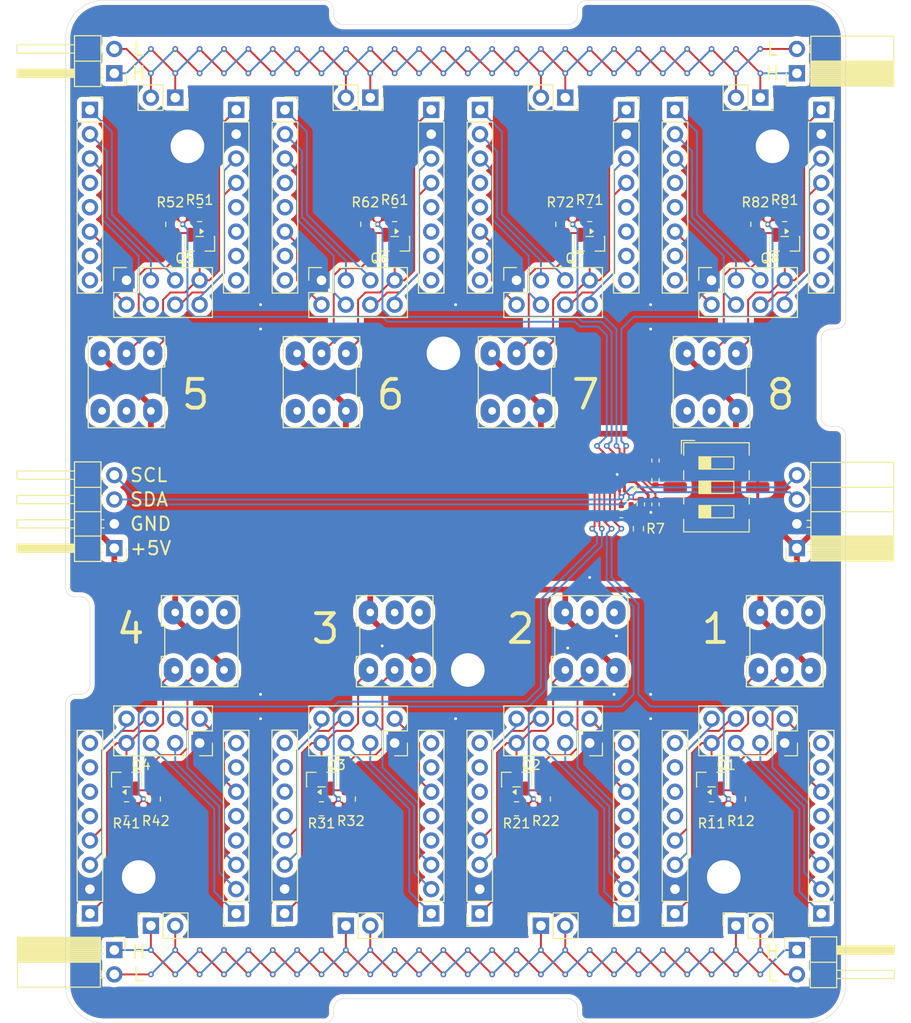
<source format=kicad_pcb>
(kicad_pcb (version 20241229) (generator "pcbnew") (generator_version "9.0")
  (title_block (title "COMChallenge BaseBoard PCB") (date "2026-01-17") (rev "v1.1") (company "RaphWeb"))
  (layers (0 "F.Cu" signal) (2 "B.Cu" signal) (13 "F.Paste" user) (15 "B.Paste" user) (5 "F.SilkS" user "F.Silkscreen") (7 "B.SilkS" user "B.Silkscreen") (1 "F.Mask" user) (3 "B.Mask" user) (25 "Edge.Cuts" user))
  (net 0 "")
  (net 3 "GNDREF")
  (net 4 "Net-(Q1-S)")
  (net 5 "Net-(Q2-S)")
  (net 8 "Net-(Q3-S)")
  (net 12 "Net-(Q4-S)")
  (net 14 "Net-(Q5-S)")
  (net 17 "Net-(Q6-S)")
  (net 18 "+5V")
  (net 19 "Net-(J2-ESP1-Pin_1)")
  (net 20 "Net-(J2-ESP2-Pin_1)")
  (net 21 "Net-(J2-ESP3-Pin_1)")
  (net 22 "Net-(J2-ESP4-Pin_1)")
  (net 23 "Net-(J2-ESP5-Pin_1)")
  (net 24 "Net-(J2-ESP6-Pin_1)")
  (net 25 "Net-(J2-ESP7-Pin_1)")
  (net 26 "Net-(J2-ESP8-Pin_1)")
  (net 27 "BUS1_L")
  (net 28 "BUS1_H")
  (net 29 "I2C_SDA")
  (net 30 "I2C_SCL")
  (net 33 "Net-(J1-ESP1-Pin_2)")
  (net 34 "Net-(J1-ESP1-Pin_6)")
  (net 35 "Net-(J1-ESP1-Pin_1)")
  (net 37 "Net-(J1-ESP1-Pin_3)")
  (net 39 "Net-(J1-ESP2-Pin_2)")
  (net 42 "Net-(J1-ESP2-Pin_6)")
  (net 43 "Net-(J1-ESP2-Pin_1)")
  (net 45 "Net-(J1-ESP2-Pin_3)")
  (net 48 "Net-(J1-ESP3-Pin_2)")
  (net 51 "Net-(J1-ESP3-Pin_3)")
  (net 52 "Net-(J1-ESP3-Pin_6)")
  (net 54 "Net-(J1-ESP3-Pin_1)")
  (net 55 "Net-(J1-ESP4-Pin_3)")
  (net 59 "Net-(J1-ESP4-Pin_2)")
  (net 60 "Net-(J1-ESP4-Pin_6)")
  (net 62 "Net-(J1-ESP4-Pin_1)")
  (net 65 "Net-(J1-ESP5-Pin_3)")
  (net 66 "Net-(J1-ESP5-Pin_1)")
  (net 67 "Net-(J1-ESP5-Pin_6)")
  (net 69 "Net-(J1-ESP5-Pin_2)")
  (net 72 "Net-(J1-ESP6-Pin_1)")
  (net 73 "Net-(J1-ESP6-Pin_6)")
  (net 76 "Net-(J1-ESP6-Pin_3)")
  (net 77 "Net-(J1-ESP6-Pin_2)")
  (net 80 "Net-(J1-ESP7-Pin_1)")
  (net 82 "Net-(J1-ESP7-Pin_3)")
  (net 83 "Net-(J1-ESP7-Pin_6)")
  (net 85 "Net-(J1-ESP7-Pin_2)")
  (net 87 "Net-(J1-ESP8-Pin_2)")
  (net 88 "Net-(J1-ESP8-Pin_1)")
  (net 93 "Net-(J1-ESP8-Pin_3)")
  (net 94 "Net-(J1-ESP8-Pin_6)")
  (net 95 "SWPIN-ESP7")
  (net 96 "SWPIN-ESP1")
  (net 97 "SWPIN-ESP5")
  (net 98 "SWPIN-ESP4")
  (net 99 "SWPIN-ESP2")
  (net 100 "SWPIN-ESP3")
  (net 101 "ADDR1")
  (net 102 "SWPIN-ESP6")
  (net 103 "SWPIN-ESP8")
  (net 108 "Net-(J2-ESP1-Pin_3)")
  (net 109 "Net-(J2-ESP1-Pin_4)")
  (net 112 "Net-(J2-ESP2-Pin_3)")
  (net 114 "Net-(J2-ESP2-Pin_4)")
  (net 117 "Net-(J2-ESP3-Pin_3)")
  (net 121 "Net-(J2-ESP3-Pin_4)")
  (net 125 "Net-(J2-ESP4-Pin_4)")
  (net 126 "Net-(J2-ESP4-Pin_3)")
  (net 130 "Net-(J2-ESP5-Pin_3)")
  (net 131 "Net-(J2-ESP5-Pin_4)")
  (net 134 "Net-(J2-ESP6-Pin_3)")
  (net 136 "Net-(J2-ESP6-Pin_4)")
  (net 142 "Net-(J2-ESP7-Pin_3)")
  (net 145 "Net-(J2-ESP7-Pin_4)")
  (net 146 "Net-(J2-ESP8-Pin_3)")
  (net 150 "Net-(J2-ESP8-Pin_4)")
  (net 156 "Net-(Q7-S)")
  (net 159 "Net-(Q8-S)")
  (net 160 "BUS2_H")
  (net 161 "BUS2_L")
  (net 162 "ADDR0")
  (net 163 "INT")
  (net 164 "ADDR2")
  (net 165 "Net-(Q1-G)")
  (net 166 "Net-(Q2-G)")
  (net 167 "Net-(Q3-G)")
  (net 168 "Net-(Q4-G)")
  (net 169 "Net-(Q5-G)")
  (net 170 "Net-(Q6-G)")
  (net 171 "Net-(Q7-G)")
  (net 172 "Net-(Q8-G)")
  (net 173 "+5VSwitching")
  (footprint "Resistor_SMD:R_0805_2012Metric" (layer "F.Cu") (at 194.056 42.418 90)
    (property "Reference" "R82")
    (property "Value" "10k")
  )
  (footprint "Package_TO_SOT_SMD:SOT-23" (layer "F.Cu") (at 168.91 100.33 90)
    (property "Reference" "Q2")
    (property "Value" "AO3401A")
  )
  (footprint "Resistor_SMD:R_0402_1005Metric" (layer "F.Cu") (at 183.388 71.628 -90)
    (property "Reference" "R4" (hide yes))
    (property "Value" "10k")
  )
  (footprint "Connector_PinSocket_2.54mm:PinSocket_1x02_P2.54mm_Vertical" (layer "F.Cu") (at 133.35 29.21 -90)
    (property "Reference" "J4-BUS5" (hide yes))
    (property "Value" "BUS-OUT")
  )
  (footprint "Resistor_SMD:R_0805_2012Metric" (layer "F.Cu") (at 196.85 41.402 180)
    (property "Reference" "R81")
    (property "Value" "150")
  )
  (footprint "Resistor_SMD:R_0805_2012Metric" (layer "F.Cu") (at 135.89 41.402 180)
    (property "Reference" "R51")
    (property "Value" "150")
  )
  (footprint "Resistor_SMD:R_0805_2012Metric" (layer "F.Cu") (at 189.23 103.378)
    (property "Reference" "R11")
    (property "Value" "150")
  )
  (footprint "sw_dpdt_xlx:SW_DPDT_XLX" (layer "F.Cu") (at 196.85 85.9)
    (property "Reference" "ESP1" (hide yes))
    (property "Value" "SW_DPDT_XLX_MHPS2285")
  )
  (footprint "Connector_PinHeader_2.54mm:PinHeader_1x04_P2.54mm_Horizontal" (layer "F.Cu") (at 127 76.2 180)
    (property "Reference" "COM_PWR_IN1" (hide yes))
    (property "Value" "Conn_01x04_Pin")
  )
  (footprint "Resistor_SMD:R_0805_2012Metric" (layer "F.Cu") (at 148.59 103.378)
    (property "Reference" "R31")
    (property "Value" "150")
  )
  (footprint "LIB_PCF8574RGTR:QFN50P300X300X100-17N-D" (layer "F.Cu") (at 179.398 68.506 180)
    (property "Reference" "IC1" (hide yes))
    (property "Value" "PCF8574RGTR" (hide yes))
  )
  (footprint "Resistor_SMD:R_0402_1005Metric" (layer "F.Cu") (at 183.388 69.088 90)
    (property "Reference" "R5" (hide yes))
    (property "Value" "10k")
  )
  (footprint "sw_dpdt_xlx:SW_DPDT_XLX" (layer "F.Cu") (at 128.27 58.88 180)
    (property "Reference" "ESP5" (hide yes))
    (property "Value" "SW_DPDT_XLX_MHPS2285")
  )
  (footprint "Resistor_SMD:R_0805_2012Metric" (layer "F.Cu") (at 128.27 103.378)
    (property "Reference" "R41")
    (property "Value" "150")
  )
  (footprint "Connector_PinSocket_2.54mm:PinSocket_1x08_P2.54mm_Vertical" (layer "F.Cu") (at 139.7 114.3 180)
    (property "Reference" "J1-ESP4" (hide yes))
    (property "Value" "ESP-1-L")
  )
  (footprint "Connector_PinSocket_2.54mm:PinSocket_2x04_P2.54mm_Vertical" (layer "F.Cu") (at 196.85 96.52 -90)
    (property "Reference" "J3-BUS1" (hide yes))
    (property "Value" "BUS-IN")
  )
  (footprint "sw_dpdt_xlx:SW_DPDT_XLX" (layer "F.Cu") (at 135.89 85.9)
    (property "Reference" "ESP4" (hide yes))
    (property "Value" "SW_DPDT_XLX_MHPS2285")
  )
  (footprint "sw_dpdt_xlx:SW_DPDT_XLX" (layer "F.Cu") (at 168.91 58.88 180)
    (property "Reference" "ESP7" (hide yes))
    (property "Value" "SW_DPDT_XLX_MHPS2285")
  )
  (footprint "Connector_PinSocket_2.54mm:PinSocket_2x04_P2.54mm_Vertical" (layer "F.Cu") (at 176.53 96.52 -90)
    (property "Reference" "J3-BUS2" (hide yes))
    (property "Value" "BUS-IN")
  )
  (footprint "Connector_PinHeader_2.54mm:PinHeader_1x02_P2.54mm_Horizontal" (layer "F.Cu") (at 127 26.67 180)
    (property "Reference" "BUS_IN2" (hide yes))
    (property "Value" "Conn_01x02_Pin")
  )
  (footprint "Package_TO_SOT_SMD:SOT-23" (layer "F.Cu") (at 135.89 44.45 -90)
    (property "Reference" "Q5")
    (property "Value" "AO3401A")
  )
  (footprint "Connector_PinSocket_2.54mm:PinSocket_2x04_P2.54mm_Vertical" (layer "F.Cu") (at 189.23 48.26 90)
    (property "Reference" "J3-BUS8" (hide yes))
    (property "Value" "BUS-IN")
  )
  (footprint "Resistor_SMD:R_0805_2012Metric" (layer "F.Cu") (at 156.21 41.402 180)
    (property "Reference" "R61")
    (property "Value" "150")
  )
  (footprint "sw_dpdt_xlx:SW_DPDT_XLX" (layer "F.Cu") (at 148.59 58.88 180)
    (property "Reference" "ESP6" (hide yes))
    (property "Value" "SW_DPDT_XLX_MHPS2285")
  )
  (footprint "Connector_PinSocket_2.54mm:PinSocket_1x02_P2.54mm_Vertical" (layer "F.Cu") (at 171.45 115.57 90)
    (property "Reference" "J4-BUS2" (hide yes))
    (property "Value" "BUS-OUT")
  )
  (footprint "Connector_PinSocket_2.54mm:PinSocket_1x08_P2.54mm_Vertical" (layer "F.Cu") (at 200.66 30.48)
    (property "Reference" "J2-ESP8" (hide yes))
    (property "Value" "ESP-1-R")
  )
  (footprint "Package_TO_SOT_SMD:SOT-23" (layer "F.Cu") (at 156.21 44.45 -90)
    (property "Reference" "Q6")
    (property "Value" "AO3401A")
  )
  (footprint "Connector_PinSocket_2.54mm:PinSocket_1x02_P2.54mm_Horizontal" (layer "F.Cu") (at 198.12 26.67 180)
    (property "Reference" "BUS_OUT2" (hide yes))
    (property "Value" "Conn_01x02_Socket")
  )
  (footprint "Resistor_SMD:R_0805_2012Metric" (layer "F.Cu") (at 153.416 42.418 90)
    (property "Reference" "R62")
    (property "Value" "10k")
  )
  (footprint "Connector_PinSocket_2.54mm:PinSocket_1x08_P2.54mm_Vertical" (layer "F.Cu") (at 200.66 114.3 180)
    (property "Reference" "J1-ESP1" (hide yes))
    (property "Value" "ESP-1-L")
  )
  (footprint "Connector_PinSocket_2.54mm:PinSocket_2x04_P2.54mm_Vertical" (layer "F.Cu") (at 148.59 48.26 90)
    (property "Reference" "J3-BUS6" (hide yes))
    (property "Value" "BUS-IN")
  )
  (footprint "Connector_PinSocket_2.54mm:PinSocket_1x08_P2.54mm_Vertical" (layer "F.Cu") (at 144.755 114.285 180)
    (property "Reference" "J2-ESP3" (hide yes))
    (property "Value" "ESP-1-R")
  )
  (footprint "Connector_PinSocket_2.54mm:PinSocket_2x04_P2.54mm_Vertical" (layer "F.Cu") (at 156.21 96.52 -90)
    (property "Reference" "J3-BUS3" (hide yes))
    (property "Value" "BUS-IN")
  )
  (footprint "Connector_PinSocket_2.54mm:PinSocket_1x04_P2.54mm_Horizontal" (layer "F.Cu") (at 198.12 76.2 180)
    (property "Reference" "COM_PWR_OUT1" (hide yes))
    (property "Value" "Conn_01x04_Socket")
  )
  (footprint "Connector_PinSocket_2.54mm:PinSocket_1x02_P2.54mm_Vertical" (layer "F.Cu") (at 191.77 115.57 90)
    (property "Reference" "J4-BUS1" (hide yes))
    (property "Value" "BUS-OUT")
  )
  (footprint "Connector_PinSocket_2.54mm:PinSocket_1x08_P2.54mm_Vertical" (layer "F.Cu") (at 165.075 114.3 180)
    (property "Reference" "J2-ESP2" (hide yes))
    (property "Value" "ESP-1-R")
  )
  (footprint "sw_dpdt_xlx:SW_DPDT_XLX" (layer "F.Cu") (at 156.21 85.9)
    (property "Reference" "ESP3" (hide yes))
    (property "Value" "SW_DPDT_XLX_MHPS2285")
  )
  (footprint "Resistor_SMD:R_0805_2012Metric" (layer "F.Cu") (at 168.91 103.378)
    (property "Reference" "R21")
    (property "Value" "150")
  )
  (footprint "Connector_PinSocket_2.54mm:PinSocket_1x08_P2.54mm_Vertical" (layer "F.Cu") (at 185.42 114.3 180)
    (property "Reference" "J2-ESP1" (hide yes))
    (property "Value" "ESP-1-R")
  )
  (footprint "Connector_PinSocket_2.54mm:PinSocket_1x08_P2.54mm_Vertical" (layer "F.Cu") (at 124.46 114.3 180)
    (property "Reference" "J2-ESP4" (hide yes))
    (property "Value" "ESP-1-R")
  )
  (footprint "sw_dpdt_xlx:SW_DPDT_XLX" (layer "F.Cu") (at 189.23 58.88 180)
    (property "Reference" "ESP8" (hide yes))
    (property "Value" "SW_DPDT_XLX_MHPS2285")
  )
  (footprint "Connector_PinSocket_2.54mm:PinSocket_1x08_P2.54mm_Vertical" (layer "F.Cu") (at 139.7 30.48)
    (property "Reference" "J2-ESP5" (hide yes))
    (property "Value" "ESP-1-R")
  )
  (footprint "Connector_PinSocket_2.54mm:PinSocket_1x08_P2.54mm_Vertical" (layer "F.Cu") (at 160.02 30.48)
    (property "Reference" "J2-ESP6" (hide yes))
    (property "Value" "ESP-1-R")
  )
  (footprint "sw_dpdt_xlx:SW_DPDT_XLX" (layer "F.Cu") (at 176.53 85.9)
    (property "Reference" "ESP2" (hide yes))
    (property "Value" "SW_DPDT_XLX_MHPS2285")
  )
  (footprint "Connector_PinSocket_2.54mm:PinSocket_1x02_P2.54mm_Horizontal" (layer "F.Cu") (at 127 118.11)
    (property "Reference" "BUS_OUT1" (hide yes))
    (property "Value" "Conn_01x02_Socket")
  )
  (footprint "Connector_PinSocket_2.54mm:PinSocket_1x08_P2.54mm_Vertical" (layer "F.Cu") (at 124.46 30.48)
    (property "Reference" "J1-ESP5" (hide yes))
    (property "Value" "ESP-1-L")
  )
  (footprint "Connector_PinSocket_2.54mm:PinSocket_2x04_P2.54mm_Vertical" (layer "F.Cu") (at 168.91 48.26 90)
    (property "Reference" "J3-BUS7" (hide yes))
    (property "Value" "BUS-IN")
  )
  (footprint "Connector_PinHeader_2.54mm:PinHeader_1x02_P2.54mm_Horizontal" (layer "F.Cu") (at 198.12 118.11)
    (property "Reference" "BUS_IN1" (hide yes))
    (property "Value" "Conn_01x02_Pin")
  )
  (footprint "Package_TO_SOT_SMD:SOT-23" (layer "F.Cu") (at 176.53 44.45 -90)
    (property "Reference" "Q7")
    (property "Value" "AO3401A")
  )
  (footprint "Package_TO_SOT_SMD:SOT-23" (layer "F.Cu") (at 189.23 100.33 90)
    (property "Reference" "Q1")
    (property "Value" "AO3401A")
  )
  (footprint "Connector_PinSocket_2.54mm:PinSocket_1x02_P2.54mm_Vertical" (layer "F.Cu") (at 153.67 29.21 -90)
    (property "Reference" "J4-BUS6" (hide yes))
    (property "Value" "BUS-OUT")
  )
  (footprint "Resistor_SMD:R_0603_1608Metric" (layer "F.Cu") (at 181.61 74.168 -90)
    (property "Reference" "R7")
    (property "Value" "50")
  )
  (footprint "Resistor_SMD:R_0805_2012Metric" (layer "F.Cu") (at 133.096 42.418 90)
    (property "Reference" "R52")
    (property "Value" "10k")
  )
  (footprint "Resistor_SMD:R_0402_1005Metric" (layer "F.Cu") (at 180.34 71.7042)
    (property "Reference" "R1" (hide yes))
    (property "Value" "10k")
  )
  (footprint "Connector_PinSocket_2.54mm:PinSocket_1x02_P2.54mm_Vertical" (layer "F.Cu") (at 194.31 29.21 -90)
    (property "Reference" "J4-BUS8" (hide yes))
    (property "Value" "BUS-OUT")
  )
  (footprint "Connector_PinSocket_2.54mm:PinSocket_1x08_P2.54mm_Vertical" (layer "F.Cu") (at 160.02 114.3 180)
    (property "Reference" "J1-ESP3" (hide yes))
    (property "Value" "ESP-1-L")
  )
  (footprint "Package_TO_SOT_SMD:SOT-23" (layer "F.Cu") (at 148.59 100.33 90)
    (property "Reference" "Q3")
    (property "Value" "AO3401A")
  )
  (footprint "Connector_PinSocket_2.54mm:PinSocket_1x08_P2.54mm_Vertical" (layer "F.Cu") (at 185.42 30.48)
    (property "Reference" "J1-ESP8" (hide yes))
    (property "Value" "ESP-1-L")
  )
  (footprint "Resistor_SMD:R_0805_2012Metric" (layer "F.Cu") (at 151.384 102.362 -90)
    (property "Reference" "R32")
    (property "Value" "10k")
  )
  (footprint "Resistor_SMD:R_0805_2012Metric" (layer "F.Cu") (at 171.704 102.362 -90)
    (property "Reference" "R22")
    (property "Value" "10k")
  )
  (footprint "Connector_PinSocket_2.54mm:PinSocket_1x08_P2.54mm_Vertical" (layer "F.Cu") (at 165.1 30.48)
    (property "Reference" "J1-ESP7" (hide yes))
    (property "Value" "ESP-1-L")
  )
  (footprint "Connector_PinSocket_2.54mm:PinSocket_1x02_P2.54mm_Vertical" (layer "F.Cu") (at 151.13 115.57 90)
    (property "Reference" "J4-BUS3" (hide yes))
    (property "Value" "BUS-OUT")
  )
  (footprint "Connector_PinSocket_2.54mm:PinSocket_1x08_P2.54mm_Vertical" (layer "F.Cu") (at 180.34 30.48)
    (property "Reference" "J2-ESP7" (hide yes))
    (property "Value" "ESP-1-R")
  )
  (footprint "Connector_PinSocket_2.54mm:PinSocket_1x02_P2.54mm_Vertical" (layer "F.Cu") (at 173.99 29.21 -90)
    (property "Reference" "J4-BUS7" (hide yes))
    (property "Value" "BUS-OUT")
  )
  (footprint "Connector_PinSocket_2.54mm:PinSocket_1x02_P2.54mm_Vertical" (layer "F.Cu") (at 130.81 115.57 90)
    (property "Reference" "J4-BUS4" (hide yes))
    (property "Value" "BUS-OUT")
  )
  (footprint "Connector_PinSocket_2.54mm:PinSocket_1x08_P2.54mm_Vertical" (layer "F.Cu") (at 180.34 114.3 180)
    (property "Reference" "J1-ESP2" (hide yes))
    (property "Value" "ESP-1-L")
  )
  (footprint "Resistor_SMD:R_0402_1005Metric" (layer "F.Cu") (at 181.864 71.628 -90)
    (property "Reference" "R2" (hide yes))
    (property "Value" "10k")
  )
  (footprint "Resistor_SMD:R_0402_1005Metric" (layer "F.Cu") (at 179.832 72.644)
    (property "Reference" "R3" (hide yes))
    (property "Value" "10k")
  )
  (footprint "Resistor_SMD:R_0805_2012Metric" (layer "F.Cu") (at 173.736 42.418 90)
    (property "Reference" "R72")
    (property "Value" "10k")
  )
  (footprint "Resistor_SMD:R_0805_2012Metric" (layer "F.Cu") (at 131.064 102.362 -90)
    (property "Reference" "R42")
    (property "Value" "10k")
  )
  (footprint "Package_TO_SOT_SMD:SOT-23" (layer "F.Cu") (at 196.85 44.45 -90)
    (property "Reference" "Q8")
    (property "Value" "AO3401A")
  )
  (footprint "Connector_PinSocket_2.54mm:PinSocket_2x04_P2.54mm_Vertical" (layer "F.Cu") (at 128.27 48.26 90)
    (property "Reference" "J3-BUS5" (hide yes))
    (property "Value" "BUS-IN")
  )
  (footprint "Connector_PinSocket_2.54mm:PinSocket_2x04_P2.54mm_Vertical" (layer "F.Cu") (at 135.89 96.52 -90)
    (property "Reference" "J3-BUS4" (hide yes))
    (property "Value" "BUS-IN")
  )
  (footprint "Button_Switch_SMD:SW_DIP_SPSTx03_Slide_6.7x9.18mm_W8.61mm_P2.54mm_LowProfile" (layer "F.Cu") (at 189.738 69.85)
    (property "Reference" "SW1" (hide yes))
    (property "Value" "SW_DIP_SPSTx03")
  )
  (footprint "Connector_PinSocket_2.54mm:PinSocket_1x08_P2.54mm_Vertical" (layer "F.Cu") (at 144.78 30.48)
    (property "Reference" "J1-ESP6" (hide yes))
    (property "Value" "ESP-1-L")
  )
  (footprint "Resistor_SMD:R_0805_2012Metric" (layer "F.Cu") (at 192.024 102.362 -90)
    (property "Reference" "R12")
    (property "Value" "10k")
  )
  (footprint "Resistor_SMD:R_0805_2012Metric" (layer "F.Cu") (at 176.53 41.402 180)
    (property "Reference" "R71")
    (property "Value" "150")
  )
  (footprint "Package_TO_SOT_SMD:SOT-23" (layer "F.Cu") (at 128.27 100.33 90)
    (property "Reference" "Q4")
    (property "Value" "AO3401A")
  )
  (footprint "Resistor_SMD:R_0402_1005Metric" (layer "F.Cu") (at 183.388 67.056 90)
    (property "Reference" "R6" (hide yes))
    (property "Value" "10k")
  )
  (gr_line (start 122.92 81.28) (end 123.46 81.28) (stroke (width 0.05)) (layer "Edge.Cuts"))
  (gr_line (start 148.86 125.73) (end 125.92 125.73) (stroke (width 0.05)) (layer "Edge.Cuts"))
  (gr_arc (start 174.26 123.19) (mid 174.967107 123.482893) (end 175.26 124.19) (stroke (width 0.05)) (layer "Edge.Cuts"))
  (gr_arc (start 201.66 63.5) (mid 200.952893 63.207107) (end 200.66 62.5) (stroke (width 0.05)) (layer "Edge.Cuts"))
  (gr_line (start 149.86 124.19) (end 149.86 124.73) (stroke (width 0.05)) (layer "Edge.Cuts"))
  (gr_line (start 202.2 53.34) (end 201.66 53.34) (stroke (width 0.05)) (layer "Edge.Cuts"))
  (gr_line (start 121.92 121.73) (end 121.92 92.44) (stroke (width 0.05)) (layer "Edge.Cuts"))
  (gr_arc (start 149.86 124.73) (mid 149.567107 125.437107) (end 148.86 125.73) (stroke (width 0.05)) (layer "Edge.Cuts"))
  (gr_line (start 149.86 20.05) (end 149.86 20.59) (stroke (width 0.05)) (layer "Edge.Cuts"))
  (gr_arc (start 122.92 81.28) (mid 122.212893 80.987107) (end 121.92 80.28) (stroke (width 0.05)) (layer "Edge.Cuts"))
  (gr_arc (start 149.86 124.19) (mid 150.152893 123.482893) (end 150.86 123.19) (stroke (width 0.05)) (layer "Edge.Cuts"))
  (gr_arc (start 124.46 90.44) (mid 124.167107 91.147107) (end 123.46 91.44) (stroke (width 0.05)) (layer "Edge.Cuts"))
  (gr_line (start 122.92 91.44) (end 123.46 91.44) (stroke (width 0.05)) (layer "Edge.Cuts"))
  (gr_line (start 174.26 123.19) (end 150.86 123.19) (stroke (width 0.05)) (layer "Edge.Cuts"))
  (gr_arc (start 175.26 20.59) (mid 174.967107 21.297107) (end 174.26 21.59) (stroke (width 0.05)) (layer "Edge.Cuts"))
  (gr_arc (start 150.86 21.59) (mid 150.152893 21.297107) (end 149.86 20.59) (stroke (width 0.05)) (layer "Edge.Cuts"))
  (gr_line (start 203.2 64.5) (end 203.2 121.73) (stroke (width 0.05)) (layer "Edge.Cuts"))
  (gr_line (start 124.46 90.44) (end 124.46 82.28) (stroke (width 0.05)) (layer "Edge.Cuts"))
  (gr_arc (start 148.86 19.05) (mid 149.567107 19.342893) (end 149.86 20.05) (stroke (width 0.05)) (layer "Edge.Cuts"))
  (gr_arc (start 175.26 20.05) (mid 175.552893 19.342893) (end 176.26 19.05) (stroke (width 0.05)) (layer "Edge.Cuts"))
  (gr_arc (start 200.66 54.34) (mid 200.952893 53.632893) (end 201.66 53.34) (stroke (width 0.05)) (layer "Edge.Cuts"))
  (gr_arc (start 121.92 92.44) (mid 122.212893 91.732893) (end 122.92 91.44) (stroke (width 0.05)) (layer "Edge.Cuts"))
  (gr_arc (start 203.2 121.73) (mid 202.028427 124.558427) (end 199.2 125.73) (stroke (width 0.05)) (layer "Edge.Cuts"))
  (gr_arc (start 123.46 81.28) (mid 124.167107 81.572893) (end 124.46 82.28) (stroke (width 0.05)) (layer "Edge.Cuts"))
  (gr_line (start 175.26 124.73) (end 175.26 124.19) (stroke (width 0.05)) (layer "Edge.Cuts"))
  (gr_arc (start 121.92 23.05) (mid 123.091573 20.221573) (end 125.92 19.05) (stroke (width 0.05)) (layer "Edge.Cuts"))
  (gr_arc (start 125.92 125.73) (mid 123.091573 124.558427) (end 121.92 121.73) (stroke (width 0.05)) (layer "Edge.Cuts"))
  (gr_line (start 176.26 19.05) (end 199.2 19.05) (stroke (width 0.05)) (layer "Edge.Cuts"))
  (gr_line (start 203.2 23.05) (end 203.2 52.34) (stroke (width 0.05)) (layer "Edge.Cuts"))
  (gr_arc (start 203.2 52.34) (mid 202.907107 53.047107) (end 202.2 53.34) (stroke (width 0.05)) (layer "Edge.Cuts"))
  (gr_line (start 175.26 20.59) (end 175.26 20.05) (stroke (width 0.05)) (layer "Edge.Cuts"))
  (gr_line (start 201.66 63.5) (end 202.2 63.5) (stroke (width 0.05)) (layer "Edge.Cuts"))
  (gr_arc (start 202.2 63.5) (mid 202.907107 63.792893) (end 203.2 64.5) (stroke (width 0.05)) (layer "Edge.Cuts"))
  (gr_line (start 199.2 125.73) (end 176.26 125.73) (stroke (width 0.05)) (layer "Edge.Cuts"))
  (gr_line (start 200.66 54.34) (end 200.66 62.5) (stroke (width 0.05)) (layer "Edge.Cuts"))
  (gr_line (start 121.92 80.28) (end 121.92 23.05) (stroke (width 0.05)) (layer "Edge.Cuts"))
  (gr_arc (start 176.26 125.73) (mid 175.552893 125.437107) (end 175.26 124.73) (stroke (width 0.05)) (layer "Edge.Cuts"))
  (gr_arc (start 199.2 19.05) (mid 202.028427 20.221573) (end 203.2 23.05) (stroke (width 0.05)) (layer "Edge.Cuts"))
  (gr_line (start 150.86 21.59) (end 174.26 21.59) (stroke (width 0.05)) (layer "Edge.Cuts"))
  (gr_line (start 125.92 19.05) (end 148.86 19.05) (stroke (width 0.05)) (layer "Edge.Cuts"))
  (gr_text "H" (at 129.54 117.475 0) (layer "F.SilkS") (effects (font (size 1.4 1.4) (thickness 0.2) (bold yes)) (justify top)))
  (gr_text "1" (at 187.96 86.36 0) (layer "F.SilkS") (effects (font (size 3 3) (thickness 0.4) (bold yes)) (justify left bottom)))
  (gr_text "L" (at 195.58 24.13 0) (layer "F.SilkS") (effects (font (size 1.4 1.4) (thickness 0.2) (bold yes))))
  (gr_text "3" (at 147.32 86.36 0) (layer "F.SilkS") (effects (font (size 3 3) (thickness 0.4) (bold yes)) (justify left bottom)))
  (gr_text "L" (at 195.58 120.65 0) (layer "F.SilkS") (effects (font (size 1.4 1.4) (thickness 0.2) (bold yes))))
  (gr_text "SCL" (at 128.524 68.58 0) (layer "F.SilkS") (effects (font (size 1.4 1.4) (thickness 0.2) (bold yes)) (justify left)))
  (gr_text "GND" (at 128.524 73.66 0) (layer "F.SilkS") (effects (font (size 1.4 1.4) (thickness 0.2) (bold yes)) (justify left)))
  (gr_text "7" (at 177.8 58.42 0) (layer "F.SilkS") (effects (font (size 3 3) (thickness 0.4)) (justify right top)))
  (gr_text "8" (at 198.12 58.42 0) (layer "F.SilkS") (effects (font (size 3 3) (thickness 0.4)) (justify right top)))
  (gr_text "6" (at 157.48 58.42 0) (layer "F.SilkS") (effects (font (size 3 3) (thickness 0.4)) (justify right top)))
  (gr_text "H" (at 195.58 117.475 0) (layer "F.SilkS") (effects (font (size 1.4 1.4) (thickness 0.2) (bold yes)) (justify top)))
  (gr_text "L" (at 129.54 120.65 0) (layer "F.SilkS") (effects (font (size 1.4 1.4) (thickness 0.2) (bold yes))))
  (gr_text "+5V" (at 128.524 76.2 0) (layer "F.SilkS") (effects (font (size 1.4 1.4) (thickness 0.2) (bold yes)) (justify left)))
  (gr_text "L" (at 129.54 24.13 0) (layer "F.SilkS") (effects (font (size 1.4 1.4) (thickness 0.2) (bold yes))))
  (gr_text "2" (at 167.64 86.36 0) (layer "F.SilkS") (effects (font (size 3 3) (thickness 0.4) (bold yes)) (justify left bottom)))
  (gr_text "5" (at 137.16 58.42 0) (layer "F.SilkS") (effects (font (size 3 3) (thickness 0.4)) (justify right top)))
  (gr_text "SDA" (at 128.524 71.12 0) (layer "F.SilkS") (effects (font (size 1.4 1.4) (thickness 0.2) (bold yes)) (justify left)))
  (gr_text "4" (at 127 86.36 0) (layer "F.SilkS") (effects (font (size 3 3) (thickness 0.4)) (justify left bottom)))
  (gr_text "H" (at 195.58 26.67 0) (layer "F.SilkS") (effects (font (size 1.4 1.4) (thickness 0.2) (bold yes))))
  (gr_text "H" (at 129.54 26.67 0) (layer "F.SilkS") (effects (font (size 1.4 1.4) (thickness 0.2) (bold yes))))
  (via (at 142.24 91.44) (size 0.6) (drill 0.3) (layers "F.Cu" "B.Cu") (net 3))
  (via (at 182.88 53.34) (size 0.6) (drill 0.3) (layers "F.Cu" "B.Cu") (net 3))
  (via (at 161.29 55.88) (size 4) (drill 3.5) (layers "F.Cu" "B.Cu") (net 3))
  (via (at 179.398 68.506) (size 0.6) (drill 0.3) (layers "F.Cu" "B.Cu") (net 3))
  (via (at 176.53 79.248) (size 0.6) (drill 0.3) (layers "F.Cu" "B.Cu") (net 3))
  (via (at 174.244 86.614) (size 0.6) (drill 0.3) (layers "F.Cu" "B.Cu") (net 3))
  (via (at 179.324 85.344) (size 0.6) (drill 0.3) (layers "F.Cu" "B.Cu") (net 3))
  (via (at 182.88 91.44) (size 0.6) (drill 0.3) (layers "F.Cu" "B.Cu") (net 3))
  (via (at 190.5 110.49) (size 4) (drill 3.5) (layers "F.Cu" "B.Cu") (net 3))
  (via (at 162.56 93.98) (size 0.6) (drill 0.3) (layers "F.Cu" "B.Cu") (net 3))
  (via (at 142.24 53.34) (size 0.6) (drill 0.3) (layers "F.Cu" "B.Cu") (net 3))
  (via (at 134.62 34.29) (size 4) (drill 3.5) (layers "F.Cu" "B.Cu") (net 3))
  (via (at 182.9054 72.4662) (size 0.6) (drill 0.3) (layers "F.Cu" "B.Cu") (net 3))
  (via (at 129.54 110.49) (size 4) (drill 3.5) (layers "F.Cu" "B.Cu") (net 3))
  (via (at 179.07 91.44) (size 0.6) (drill 0.3) (layers "F.Cu" "B.Cu") (net 3))
  (via (at 142.24 50.8) (size 0.6) (drill 0.3) (layers "F.Cu" "B.Cu") (net 3))
  (via (at 182.88 50.8) (size 0.6) (drill 0.3) (layers "F.Cu" "B.Cu") (net 3))
  (via (at 142.24 93.98) (size 0.6) (drill 0.3) (layers "F.Cu" "B.Cu") (net 3))
  (via (at 195.58 34.29) (size 4) (drill 3.5) (layers "F.Cu" "B.Cu") (net 3))
  (via (at 163.83 88.9) (size 4) (drill 3.5) (layers "F.Cu" "B.Cu") (net 3))
  (via (at 182.88 93.98) (size 0.6) (drill 0.3) (layers "F.Cu" "B.Cu") (net 3))
  (via (at 162.56 50.8) (size 0.6) (drill 0.3) (layers "F.Cu" "B.Cu") (net 3))
  (via (at 154.910148 86.389852) (size 0.6) (drill 0.3) (layers "F.Cu" "B.Cu") (net 3))
  (segment (start 195.58 97.028) (end 194.818 97.79) (width 0.2) (layer "F.Cu") (net 4))
  (segment (start 192.024 98.552) (end 192.024 101.4495) (width 0.2) (layer "F.Cu") (net 4))
  (segment (start 194.818 97.79) (end 192.786 97.79) (width 0.2) (layer "F.Cu") (net 4))
  (segment (start 190.362 101.4495) (end 190.18 101.2675) (width 0.2) (layer "F.Cu") (net 4))
  (segment (start 192.786 97.79) (end 192.024 98.552) (width 0.2) (layer "F.Cu") (net 4))
  (segment (start 192.024 101.4495) (end 190.362 101.4495) (width 0.2) (layer "F.Cu") (net 4))
  (segment (start 196.85 88.9) (end 195.58 90.17) (width 0.2) (layer "F.Cu") (net 4))
  (segment (start 195.58 90.17) (end 195.58 97.028) (width 0.2) (layer "F.Cu") (net 4))
  (segment (start 171.704 101.4495) (end 171.704 98.552) (width 0.2) (layer "F.Cu") (net 5))
  (segment (start 170.042 101.4495) (end 169.86 101.2675) (width 0.2) (layer "F.Cu") (net 5))
  (segment (start 174.498 97.79) (end 175.26 97.028) (width 0.2) (layer "F.Cu") (net 5))
  (segment (start 172.466 97.79) (end 174.498 97.79) (width 0.2) (layer "F.Cu") (net 5))
  (segment (start 175.26 97.028) (end 175.26 90.17) (width 0.2) (layer "F.Cu") (net 5))
  (segment (start 171.704 101.4495) (end 170.042 101.4495) (width 0.2) (layer "F.Cu") (net 5))
  (segment (start 171.704 98.552) (end 172.466 97.79) (width 0.2) (layer "F.Cu") (net 5))
  (segment (start 175.26 90.17) (end 176.53 88.9) (width 0.2) (layer "F.Cu") (net 5))
  (segment (start 156.21 88.9) (end 154.94 90.17) (width 0.2) (layer "F.Cu") (net 8))
  (segment (start 151.384 98.552) (end 151.384 101.4495) (width 0.2) (layer "F.Cu") (net 8))
  (segment (start 154.94 90.17) (end 154.94 97.028) (width 0.2) (layer "F.Cu") (net 8))
  (segment (start 154.178 97.79) (end 152.146 97.79) (width 0.2) (layer "F.Cu") (net 8))
  (segment (start 149.722 101.4495) (end 149.54 101.2675) (width 0.2) (layer "F.Cu") (net 8))
  (segment (start 151.384 101.4495) (end 149.722 101.4495) (width 0.2) (layer "F.Cu") (net 8))
  (segment (start 152.146 97.79) (end 151.384 98.552) (width 0.2) (layer "F.Cu") (net 8))
  (segment (start 154.94 97.028) (end 154.178 97.79) (width 0.2) (layer "F.Cu") (net 8))
  (segment (start 134.62 97.028) (end 133.858 97.79) (width 0.2) (layer "F.Cu") (net 12))
  (segment (start 129.402 101.4495) (end 129.22 101.2675) (width 0.2) (layer "F.Cu") (net 12))
  (segment (start 131.064 101.4495) (end 129.402 101.4495) (width 0.2) (layer "F.Cu") (net 12))
  (segment (start 133.858 97.79) (end 131.826 97.79) (width 0.2) (layer "F.Cu") (net 12))
  (segment (start 135.89 88.9) (end 134.62 90.17) (width 0.2) (layer "F.Cu") (net 12))
  (segment (start 131.064 98.552) (end 131.064 101.4495) (width 0.2) (layer "F.Cu") (net 12))
  (segment (start 134.62 90.17) (end 134.62 97.028) (width 0.2) (layer "F.Cu") (net 12))
  (segment (start 131.826 97.79) (end 131.064 98.552) (width 0.2) (layer "F.Cu") (net 12))
  (segment (start 129.54 54.61) (end 129.54 47.752) (width 0.2) (layer "F.Cu") (net 14))
  (segment (start 133.096 46.228) (end 133.096 43.3305) (width 0.2) (layer "F.Cu") (net 14))
  (segment (start 128.27 55.88) (end 129.54 54.61) (width 0.2) (layer "F.Cu") (net 14))
  (segment (start 134.758 43.3305) (end 134.94 43.5125) (width 0.2) (layer "F.Cu") (net 14))
  (segment (start 130.302 46.99) (end 132.334 46.99) (width 0.2) (layer "F.Cu") (net 14))
  (segment (start 132.334 46.99) (end 133.096 46.228) (width 0.2) (layer "F.Cu") (net 14))
  (segment (start 133.096 43.3305) (end 134.758 43.3305) (width 0.2) (layer "F.Cu") (net 14))
  (segment (start 129.54 47.752) (end 130.302 46.99) (width 0.2) (layer "F.Cu") (net 14))
  (segment (start 153.416 43.3305) (end 155.078 43.3305) (width 0.2) (layer "F.Cu") (net 17))
  (segment (start 152.654 46.99) (end 153.416 46.228) (width 0.2) (layer "F.Cu") (net 17))
  (segment (start 148.59 55.88) (end 149.86 54.61) (width 0.2) (layer "F.Cu") (net 17))
  (segment (start 149.86 47.752) (end 150.622 46.99) (width 0.2) (layer "F.Cu") (net 17))
  (segment (start 155.078 43.3305) (end 155.26 43.5125) (width 0.2) (layer "F.Cu") (net 17))
  (segment (start 149.86 54.61) (end 149.86 47.752) (width 0.2) (layer "F.Cu") (net 17))
  (segment (start 153.416 46.228) (end 153.416 43.3305) (width 0.2) (layer "F.Cu") (net 17))
  (segment (start 150.622 46.99) (end 152.654 46.99) (width 0.2) (layer "F.Cu") (net 17))
  (segment (start 133.35 82.9) (end 133.35 80.518) (width 0.6) (layer "F.Cu") (net 18))
  (segment (start 194.31 82.9) (end 194.31 80.518) (width 0.6) (layer "F.Cu") (net 18))
  (segment (start 124.46 73.66) (end 127 76.2) (width 0.6) (layer "F.Cu") (net 18))
  (segment (start 179.07 88.532646) (end 173.99 83.452646) (width 0.6) (layer "F.Cu") (net 18))
  (segment (start 173.99 80.518) (end 181.61 80.518) (width 0.6) (layer "F.Cu") (net 18))
  (segment (start 191.77 61.88) (end 191.77 64.262) (width 0.6) (layer "F.Cu") (net 18))
  (segment (start 127 78.74) (end 128.778 80.518) (width 0.6) (layer "F.Cu") (net 18))
  (segment (start 151.13 61.88) (end 151.13 64.262) (width 0.6) (layer "F.Cu") (net 18))
  (segment (start 198.12 78.74) (end 198.12 77.978) (width 0.6) (layer "F.Cu") (net 18))
  (segment (start 179.07 88.9) (end 179.07 88.532646) (width 0.6) (layer "F.Cu") (net 18))
  (segment (start 194.31 83.452646) (end 194.31 82.9) (width 0.6) (layer "F.Cu") (net 18))
  (segment (start 138.43 88.9) (end 138.43 88.532646) (width 0.6) (layer "F.Cu") (net 18))
  (segment (start 125.73 55.88) (end 125.73 56.247354) (width 0.6) (layer "F.Cu") (net 18))
  (segment (start 133.35 83.452646) (end 133.35 82.9) (width 0.6) (layer "F.Cu") (net 18))
  (segment (start 133.35 80.518) (end 153.67 80.518) (width 0.6) (layer "F.Cu") (net 18))
  (segment (start 173.99 82.9) (end 173.99 80.518) (width 0.6) (layer "F.Cu") (net 18))
  (segment (start 196.342 80.518) (end 198.12 78.74) (width 0.6) (layer "F.Cu") (net 18))
  (segment (start 153.67 82.9) (end 153.67 80.518) (width 0.6) (layer "F.Cu") (net 18))
  (segment (start 171.45 61.327354) (end 171.45 61.88) (width 0.6) (layer "F.Cu") (net 18))
  (segment (start 196.913 74.993) (end 181.61 74.993) (width 0.6) (layer "F.Cu") (net 18))
  (segment (start 146.05 55.88) (end 146.05 56.247354) (width 0.6) (layer "F.Cu") (net 18))
  (segment (start 166.37 56.247354) (end 171.45 61.327354) (width 0.6) (layer "F.Cu") (net 18))
  (segment (start 198.882 64.262) (end 191.77 64.262) (width 0.6) (layer "F.Cu") (net 18))
  (segment (start 151.13 64.262) (end 130.81 64.262) (width 0.6) (layer "F.Cu") (net 18))
  (segment (start 128.778 80.518) (end 133.35 80.518) (width 0.6) (layer "F.Cu") (net 18))
  (segment (start 200.66 66.04) (end 198.882 64.262) (width 0.6) (layer "F.Cu") (net 18))
  (segment (start 191.77 61.327354) (end 191.77 61.88) (width 0.6) (layer "F.Cu") (net 18))
  (segment (start 126.238 64.262) (end 124.46 66.04) (width 0.6) (layer "F.Cu") (net 18))
  (segment (start 158.75 88.9) (end 158.75 88.532646) (width 0.6) (layer "F.Cu") (net 18))
  (segment (start 171.45 61.88) (end 171.45 64.262) (width 0.6) (layer "F.Cu") (net 18))
  (segment (start 173.99 83.452646) (end 173.99 82.9) (width 0.6) (layer "F.Cu") (net 18))
  (segment (start 146.05 56.247354) (end 151.13 61.327354) (width 0.6) (layer "F.Cu") (net 18))
  (segment (start 138.43 88.532646) (end 133.35 83.452646) (width 0.6) (layer "F.Cu") (net 18))
  (segment (start 199.39 88.9) (end 199.39 88.532646) (width 0.6) (layer "F.Cu") (net 18))
  (segment (start 194.31 80.518) (end 196.342 80.518) (width 0.6) (layer "F.Cu") (net 18))
  (segment (start 153.67 83.452646) (end 153.67 82.9) (width 0.6) (layer "F.Cu") (net 18))
  (segment (start 198.12 77.978) (end 198.12 77.47) (width 0.6) (layer "F.Cu") (net 18))
  (segment (start 124.46 66.04) (end 124.46 73.66) (width 0.6) (layer "F.Cu") (net 18))
  (segment (start 166.37 55.88) (end 166.37 56.247354) (width 0.6) (layer "F.Cu") (net 18))
  (segment (start 171.45 64.262) (end 151.13 64.262) (width 0.6) (layer "F.Cu") (net 18))
  (segment (start 199.39 88.532646) (end 194.31 83.452646) (width 0.6) (layer "F.Cu") (net 18))
  (segment (start 186.69 55.88) (end 186.69 56.247354) (width 0.6) (layer "F.Cu") (net 18))
  (segment (start 200.66 73.66) (end 200.66 66.04) (width 0.6) (layer "F.Cu") (net 18))
  (segment (start 153.67 80.518) (end 173.99 80.518) (width 0.6) (layer "F.Cu") (net 18))
  (segment (start 191.77 64.262) (end 171.45 64.262) (width 0.6) (layer "F.Cu") (net 18))
  (segment (start 198.12 76.2) (end 200.66 73.66) (width 0.6) (layer "F.Cu") (net 18))
  (segment (start 198.12 77.47) (end 198.12 76.2) (width 0.6) (layer "F.Cu") (net 18))
  (segment (start 198.189 76.269) (end 198.12 76.2) (width 0.6) (layer "F.Cu") (net 18))
  (segment (start 158.75 88.532646) (end 153.67 83.452646) (width 0.6) (layer "F.Cu") (net 18))
  (segment (start 181.61 80.518) (end 194.31 80.518) (width 0.6) (layer "F.Cu") (net 18))
  (segment (start 198.12 76.2) (end 196.913 74.993) (width 0.6) (layer "F.Cu") (net 18))
  (segment (start 127 76.2) (end 127 78.74) (width 0.6) (layer "F.Cu") (net 18))
  (segment (start 186.69 56.247354) (end 191.77 61.327354) (width 0.6) (layer "F.Cu") (net 18))
  (segment (start 125.73 56.247354) (end 130.81 61.327354) (width 0.6) (layer "F.Cu") (net 18))
  (segment (start 151.13 61.327354) (end 151.13 61.88) (width 0.6) (layer "F.Cu") (net 18))
  (segment (start 130.81 61.327354) (end 130.81 61.88) (width 0.6) (layer "F.Cu") (net 18))
  (segment (start 130.81 64.262) (end 126.238 64.262) (width 0.6) (layer "F.Cu") (net 18))
  (segment (start 130.81 61.88) (end 130.81 64.262) (width 0.6) (layer "F.Cu") (net 18))
  (segment (start 189.484 96.52) (end 190.754 95.25) (width 0.2) (layer "F.Cu") (net 19))
  (segment (start 189.23 99.3925) (end 189.23 96.52) (width 0.2) (layer "F.Cu") (net 19))
  (segment (start 187.198 112.522) (end 185.42 114.3) (width 0.2) (layer "F.Cu") (net 19))
  (segment (start 193.04 94.488) (end 193.04 90.17) (width 0.2) (layer "F.Cu") (net 19))
  (segment (start 193.04 90.17) (end 194.31 88.9) (width 0.2) (layer "F.Cu") (net 19))
  (segment (start 189.23 96.52) (end 188.214 96.52) (width 0.2) (layer "F.Cu") (net 19))
  (segment (start 189.23 96.52) (end 189.484 96.52) (width 0.2) (layer "F.Cu") (net 19))
  (segment (start 192.278 95.25) (end 193.04 94.488) (width 0.2) (layer "F.Cu") (net 19))
  (segment (start 190.754 95.25) (end 192.278 95.25) (width 0.2) (layer "F.Cu") (net 19))
  (segment (start 187.198 97.536) (end 187.198 112.522) (width 0.2) (layer "F.Cu") (net 19))
  (segment (start 188.214 96.52) (end 187.198 97.536) (width 0.2) (layer "F.Cu") (net 19))
  (segment (start 169.164 96.52) (end 170.434 95.25) (width 0.2) (layer "F.Cu") (net 20))
  (segment (start 166.878 112.522) (end 165.1 114.3) (width 0.2) (layer "F.Cu") (net 20))
  (segment (start 168.91 96.52) (end 167.894 96.52) (width 0.2) (layer "F.Cu") (net 20))
  (segment (start 168.91 96.52) (end 169.164 96.52) (width 0.2) (layer "F.Cu") (net 20))
  (segment (start 170.434 95.25) (end 171.958 95.25) (width 0.2) (layer "F.Cu") (net 20))
  (segment (start 166.878 97.536) (end 166.878 112.522) (width 0.2) (layer "F.Cu") (net 20))
  (segment (start 172.72 94.488) (end 172.72 90.17) (width 0.2) (layer "F.Cu") (net 20))
  (segment (start 168.91 99.3925) (end 168.91 96.52) (width 0.2) (layer "F.Cu") (net 20))
  (segment (start 167.894 96.52) (end 166.878 97.536) (width 0.2) (layer "F.Cu") (net 20))
  (segment (start 171.958 95.25) (end 172.72 94.488) (width 0.2) (layer "F.Cu") (net 20))
  (segment (start 172.72 90.17) (end 173.99 88.9) (width 0.2) (layer "F.Cu") (net 20))
  (segment (start 146.558 97.536) (end 146.558 112.522) (width 0.2) (layer "F.Cu") (net 21))
  (segment (start 148.59 96.52) (end 147.574 96.52) (width 0.2) (layer "F.Cu") (net 21))
  (segment (start 146.558 112.522) (end 144.78 114.3) (width 0.2) (layer "F.Cu") (net 21))
  (segment (start 152.4 94.488) (end 152.4 90.17) (width 0.2) (layer "F.Cu") (net 21))
  (segment (start 148.844 96.52) (end 150.114 95.25) (width 0.2) (layer "F.Cu") (net 21))
  (segment (start 150.114 95.25) (end 151.638 95.25) (width 0.2) (layer "F.Cu") (net 21))
  (segment (start 148.59 99.3925) (end 148.59 96.52) (width 0.2) (layer "F.Cu") (net 21))
  (segment (start 148.59 96.52) (end 148.844 96.52) (width 0.2) (layer "F.Cu") (net 21))
  (segment (start 151.638 95.25) (end 152.4 94.488) (width 0.2) (layer "F.Cu") (net 21))
  (segment (start 152.4 90.17) (end 153.67 88.9) (width 0.2) (layer "F.Cu") (net 21))
  (segment (start 147.574 96.52) (end 146.558 97.536) (width 0.2) (layer "F.Cu") (net 21))
  (segment (start 126.238 97.536) (end 126.238 112.522) (width 0.2) (layer "F.Cu") (net 22))
  (segment (start 128.27 99.3925) (end 128.27 96.52) (width 0.2) (layer "F.Cu") (net 22))
  (segment (start 132.08 94.488) (end 131.318 95.25) (width 0.2) (layer "F.Cu") (net 22))
  (segment (start 129.794 95.25) (end 128.524 96.52) (width 0.2) (layer "F.Cu") (net 22))
  (segment (start 128.27 96.52) (end 127.254 96.52) (width 0.2) (layer "F.Cu") (net 22))
  (segment (start 131.318 95.25) (end 129.794 95.25) (width 0.2) (layer "F.Cu") (net 22))
  (segment (start 126.238 112.522) (end 124.46 114.3) (width 0.2) (layer "F.Cu") (net 22))
  (segment (start 127.254 96.52) (end 126.238 97.536) (width 0.2) (layer "F.Cu") (net 22))
  (segment (start 128.524 96.52) (end 128.27 96.52) (width 0.2) (layer "F.Cu") (net 22))
  (segment (start 133.35 88.9) (end 132.08 90.17) (width 0.2) (layer "F.Cu") (net 22))
  (segment (start 132.08 90.17) (end 132.08 94.488) (width 0.2) (layer "F.Cu") (net 22))
  (segment (start 137.922 47.244) (end 137.922 32.258) (width 0.2) (layer "F.Cu") (net 23))
  (segment (start 135.89 48.26) (end 135.636 48.26) (width 0.2) (layer "F.Cu") (net 23))
  (segment (start 137.922 32.258) (end 139.7 30.48) (width 0.2) (layer "F.Cu") (net 23))
  (segment (start 135.89 45.3875) (end 135.89 48.26) (width 0.2) (layer "F.Cu") (net 23))
  (segment (start 132.08 50.292) (end 132.08 54.61) (width 0.2) (layer "F.Cu") (net 23))
  (segment (start 135.89 48.26) (end 136.906 48.26) (width 0.2) (layer "F.Cu") (net 23))
  (segment (start 132.842 49.53) (end 132.08 50.292) (width 0.2) (layer "F.Cu") (net 23))
  (segment (start 132.08 54.61) (end 130.81 55.88) (width 0.2) (layer "F.Cu") (net 23))
  (segment (start 135.636 48.26) (end 134.366 49.53) (width 0.2) (layer "F.Cu") (net 23))
  (segment (start 136.906 48.26) (end 137.922 47.244) (width 0.2) (layer "F.Cu") (net 23))
  (segment (start 134.366 49.53) (end 132.842 49.53) (width 0.2) (layer "F.Cu") (net 23))
  (segment (start 155.956 48.26) (end 154.686 49.53) (width 0.2) (layer "F.Cu") (net 24))
  (segment (start 156.21 48.26) (end 157.226 48.26) (width 0.2) (layer "F.Cu") (net 24))
  (segment (start 158.242 47.244) (end 158.242 32.258) (width 0.2) (layer "F.Cu") (net 24))
  (segment (start 153.162 49.53) (end 152.4 50.292) (width 0.2) (layer "F.Cu") (net 24))
  (segment (start 152.4 54.61) (end 151.13 55.88) (width 0.2) (layer "F.Cu") (net 24))
  (segment (start 156.21 45.3875) (end 156.21 48.26) (width 0.2) (layer "F.Cu") (net 24))
  (segment (start 158.242 32.258) (end 160.02 30.48) (width 0.2) (layer "F.Cu") (net 24))
  (segment (start 154.686 49.53) (end 153.162 49.53) (width 0.2) (layer "F.Cu") (net 24))
  (segment (start 156.21 48.26) (end 155.956 48.26) (width 0.2) (layer "F.Cu") (net 24))
  (segment (start 157.226 48.26) (end 158.242 47.244) (width 0.2) (layer "F.Cu") (net 24))
  (segment (start 152.4 50.292) (end 152.4 54.61) (width 0.2) (layer "F.Cu") (net 24))
  (segment (start 172.72 50.292) (end 172.72 54.61) (width 0.2) (layer "F.Cu") (net 25))
  (segment (start 176.53 48.26) (end 177.546 48.26) (width 0.2) (layer "F.Cu") (net 25))
  (segment (start 178.562 32.258) (end 180.34 30.48) (width 0.2) (layer "F.Cu") (net 25))
  (segment (start 176.53 48.26) (end 176.53 45.3875) (width 0.2) (layer "F.Cu") (net 25))
  (segment (start 176.276 48.26) (end 175.006 49.53) (width 0.2) (layer "F.Cu") (net 25))
  (segment (start 175.006 49.53) (end 173.482 49.53) (width 0.2) (layer "F.Cu") (net 25))
  (segment (start 172.72 54.61) (end 171.45 55.88) (width 0.2) (layer "F.Cu") (net 25))
  (segment (start 173.482 49.53) (end 172.72 50.292) (width 0.2) (layer "F.Cu") (net 25))
  (segment (start 178.562 47.244) (end 178.562 32.258) (width 0.2) (layer "F.Cu") (net 25))
  (segment (start 176.53 48.26) (end 176.276 48.26) (width 0.2) (layer "F.Cu") (net 25))
  (segment (start 177.546 48.26) (end 178.562 47.244) (width 0.2) (layer "F.Cu") (net 25))
  (segment (start 193.802 49.53) (end 193.04 50.292) (width 0.2) (layer "F.Cu") (net 26))
  (segment (start 193.04 54.61) (end 191.77 55.88) (width 0.2) (layer "F.Cu") (net 26))
  (segment (start 196.85 45.3875) (end 196.85 48.26) (width 0.2) (layer "F.Cu") (net 26))
  (segment (start 198.882 47.244) (end 197.866 48.26) (width 0.2) (layer "F.Cu") (net 26))
  (segment (start 200.66 30.48) (end 198.882 32.258) (width 0.2) (layer "F.Cu") (net 26))
  (segment (start 195.326 49.53) (end 193.802 49.53) (width 0.2) (layer "F.Cu") (net 26))
  (segment (start 197.866 48.26) (end 196.85 48.26) (width 0.2) (layer "F.Cu") (net 26))
  (segment (start 193.04 50.292) (end 193.04 54.61) (width 0.2) (layer "F.Cu") (net 26))
  (segment (start 196.85 48.26) (end 196.596 48.26) (width 0.2) (layer "F.Cu") (net 26))
  (segment (start 198.882 32.258) (end 198.882 47.244) (width 0.2) (layer "F.Cu") (net 26))
  (segment (start 196.596 48.26) (end 195.326 49.53) (width 0.2) (layer "F.Cu") (net 26))
  (segment (start 176.53 120.65) (end 173.99 118.11) (width 0.2) (layer "F.Cu") (net 27))
  (segment (start 191.77 120.65) (end 189.23 118.11) (width 0.2) (layer "F.Cu") (net 27))
  (segment (start 146.05 120.65) (end 143.51 118.11) (width 0.2) (layer "F.Cu") (net 27))
  (segment (start 161.29 120.65) (end 158.75 118.11) (width 0.2) (layer "F.Cu") (net 27))
  (segment (start 198.12 120.65) (end 196.85 120.65) (width 0.2) (layer "F.Cu") (net 27))
  (segment (start 153.67 115.57) (end 153.67 118.11) (width 0.2) (layer "F.Cu") (net 27))
  (segment (start 171.45 120.65) (end 168.91 118.11) (width 0.2) (layer "F.Cu") (net 27))
  (segment (start 194.31 118.11) (end 194.31 115.57) (width 0.2) (layer "F.Cu") (net 27))
  (segment (start 166.37 120.65) (end 163.83 118.11) (width 0.2) (layer "F.Cu") (net 27))
  (segment (start 156.21 120.65) (end 153.67 118.11) (width 0.2) (layer "F.Cu") (net 27))
  (segment (start 140.97 120.65) (end 138.43 118.11) (width 0.2) (layer "F.Cu") (net 27))
  (segment (start 181.61 120.65) (end 179.07 118.11) (width 0.2) (layer "F.Cu") (net 27))
  (segment (start 151.13 120.65) (end 148.59 118.11) (width 0.2) (layer "F.Cu") (net 27))
  (segment (start 133.35 118.11) (end 133.35 115.57) (width 0.2) (layer "F.Cu") (net 27))
  (segment (start 130.81 120.65) (end 127 120.65) (width 0.2) (layer "F.Cu") (net 27))
  (segment (start 196.85 120.65) (end 194.31 118.11) (width 0.2) (layer "F.Cu") (net 27))
  (segment (start 186.69 120.65) (end 184.15 118.11) (width 0.2) (layer "F.Cu") (net 27))
  (segment (start 173.99 115.57) (end 173.99 118.11) (width 0.2) (layer "F.Cu") (net 27))
  (segment (start 135.89 120.65) (end 133.35 118.11) (width 0.2) (layer "F.Cu") (net 27))
  (via (at 166.37 120.65) (size 0.6) (drill 0.3) (layers "F.Cu" "B.Cu") (net 27))
  (via (at 140.97 120.65) (size 0.6) (drill 0.3) (layers "F.Cu" "B.Cu") (net 27))
  (via (at 171.45 120.65) (size 0.6) (drill 0.3) (layers "F.Cu" "B.Cu") (net 27))
  (via (at 130.81 120.65) (size 0.6) (drill 0.3) (layers "F.Cu" "B.Cu") (net 27))
  (via (at 186.69 120.65) (size 0.6) (drill 0.3) (layers "F.Cu" "B.Cu") (net 27))
  (via (at 184.15 118.11) (size 0.6) (drill 0.3) (layers "F.Cu" "B.Cu") (net 27))
  (via (at 138.43 118.11) (size 0.6) (drill 0.3) (layers "F.Cu" "B.Cu") (net 27))
  (via (at 146.05 120.65) (size 0.6) (drill 0.3) (layers "F.Cu" "B.Cu") (net 27))
  (via (at 158.75 118.11) (size 0.6) (drill 0.3) (layers "F.Cu" "B.Cu") (net 27))
  (via (at 163.83 118.11) (size 0.6) (drill 0.3) (layers "F.Cu" "B.Cu") (net 27))
  (via (at 156.21 120.65) (size 0.6) (drill 0.3) (layers "F.Cu" "B.Cu") (net 27))
  (via (at 151.13 120.65) (size 0.6) (drill 0.3) (layers "F.Cu" "B.Cu") (net 27))
  (via (at 148.59 118.11) (size 0.6) (drill 0.3) (layers "F.Cu" "B.Cu") (net 27))
  (via (at 181.61 120.65) (size 0.6) (drill 0.3) (layers "F.Cu" "B.Cu") (net 27))
  (via (at 173.99 118.11) (size 0.6) (drill 0.3) (layers "F.Cu" "B.Cu") (net 27))
  (via (at 133.35 118.11) (size 0.6) (drill 0.3) (layers "F.Cu" "B.Cu") (net 27))
  (via (at 191.77 120.65) (size 0.6) (drill 0.3) (layers "F.Cu" "B.Cu") (net 27))
  (via (at 168.91 118.11) (size 0.6) (drill 0.3) (layers "F.Cu" "B.Cu") (net 27))
  (via (at 194.31 118.11) (size 0.6) (drill 0.3) (layers "F.Cu" "B.Cu") (net 27))
  (via (at 135.89 120.65) (size 0.6) (drill 0.3) (layers "F.Cu" "B.Cu") (net 27))
  (via (at 176.53 120.65) (size 0.6) (drill 0.3) (layers "F.Cu" "B.Cu") (net 27))
  (via (at 179.07 118.11) (size 0.6) (drill 0.3) (layers "F.Cu" "B.Cu") (net 27))
  (via (at 143.51 118.11) (size 0.6) (drill 0.3) (layers "F.Cu" "B.Cu") (net 27))
  (via (at 153.67 118.11) (size 0.6) (drill 0.3) (layers "F.Cu" "B.Cu") (net 27))
  (via (at 161.29 120.65) (size 0.6) (drill 0.3) (layers "F.Cu" "B.Cu") (net 27))
  (via (at 189.23 118.11) (size 0.6) (drill 0.3) (layers "F.Cu" "B.Cu") (net 27))
  (segment (start 184.15 118.11) (end 181.61 120.65) (width 0.2) (layer "B.Cu") (net 27))
  (segment (start 158.75 118.11) (end 156.21 120.65) (width 0.2) (layer "B.Cu") (net 27))
  (segment (start 179.07 118.11) (end 176.53 120.65) (width 0.2) (layer "B.Cu") (net 27))
  (segment (start 163.83 118.11) (end 161.29 120.65) (width 0.2) (layer "B.Cu") (net 27))
  (segment (start 189.23 118.11) (end 186.69 120.65) (width 0.2) (layer "B.Cu") (net 27))
  (segment (start 153.67 118.11) (end 151.13 120.65) (width 0.2) (layer "B.Cu") (net 27))
  (segment (start 173.99 118.11) (end 171.45 120.65) (width 0.2) (layer "B.Cu") (net 27))
  (segment (start 194.31 118.11) (end 191.77 120.65) (width 0.2) (layer "B.Cu") (net 27))
  (segment (start 143.51 118.11) (end 140.97 120.65) (width 0.2) (layer "B.Cu") (net 27))
  (segment (start 133.35 118.11) (end 130.81 120.65) (width 0.2) (layer "B.Cu") (net 27))
  (segment (start 168.91 118.11) (end 166.37 120.65) (width 0.2) (layer "B.Cu") (net 27))
  (segment (start 138.43 118.11) (end 135.89 120.65) (width 0.2) (layer "B.Cu") (net 27))
  (segment (start 148.59 118.11) (end 146.05 120.65) (width 0.2) (layer "B.Cu") (net 27))
  (segment (start 130.81 118.11) (end 130.81 115.57) (width 0.2) (layer "F.Cu") (net 28))
  (segment (start 153.67 120.65) (end 151.13 118.11) (width 0.2) (layer "F.Cu") (net 28))
  (segment (start 168.91 120.65) (end 166.37 118.11) (width 0.2) (layer "F.Cu") (net 28))
  (segment (start 189.23 120.65) (end 186.69 118.11) (width 0.2) (layer "F.Cu") (net 28))
  (segment (start 163.83 120.65) (end 161.29 118.11) (width 0.2) (layer "F.Cu") (net 28))
  (segment (start 151.13 115.57) (end 151.13 118.11) (width 0.2) (layer "F.Cu") (net 28))
  (segment (start 143.51 120.65) (end 140.97 118.11) (width 0.2) (layer "F.Cu") (net 28))
  (segment (start 179.07 120.65) (end 176.53 118.11) (width 0.2) (layer "F.Cu") (net 28))
  (segment (start 184.15 120.65) (end 181.61 118.11) (width 0.2) (layer "F.Cu") (net 28))
  (segment (start 194.31 120.65) (end 191.77 118.11) (width 0.2) (layer "F.Cu") (net 28))
  (segment (start 138.43 120.65) (end 135.89 118.11) (width 0.2) (layer "F.Cu") (net 28))
  (segment (start 158.75 120.65) (end 156.21 118.11) (width 0.2) (layer "F.Cu") (net 28))
  (segment (start 171.45 115.57) (end 171.45 118.11) (width 0.2) (layer "F.Cu") (net 28))
  (segment (start 148.59 120.65) (end 146.05 118.11) (width 0.2) (layer "F.Cu") (net 28))
  (segment (start 173.99 120.65) (end 171.45 118.11) (width 0.2) (layer "F.Cu") (net 28))
  (segment (start 191.77 118.11) (end 191.77 115.57) (width 0.2) (layer "F.Cu") (net 28))
  (segment (start 133.35 120.65) (end 130.81 118.11) (width 0.2) (layer "F.Cu") (net 28))
  (via (at 189.23 120.65) (size 0.6) (drill 0.3) (layers "F.Cu" "B.Cu") (net 28))
  (via (at 158.75 120.65) (size 0.6) (drill 0.3) (layers "F.Cu" "B.Cu") (net 28))
  (via (at 148.59 120.65) (size 0.6) (drill 0.3) (layers "F.Cu" "B.Cu") (net 28))
  (via (at 171.45 118.11) (size 0.6) (drill 0.3) (layers "F.Cu" "B.Cu") (net 28))
  (via (at 184.15 120.65) (size 0.6) (drill 0.3) (layers "F.Cu" "B.Cu") (net 28))
  (via (at 173.99 120.65) (size 0.6) (drill 0.3) (layers "F.Cu" "B.Cu") (net 28))
  (via (at 194.31 120.65) (size 0.6) (drill 0.3) (layers "F.Cu" "B.Cu") (net 28))
  (via (at 166.37 118.11) (size 0.6) (drill 0.3) (layers "F.Cu" "B.Cu") (net 28))
  (via (at 153.67 120.65) (size 0.6) (drill 0.3) (layers "F.Cu" "B.Cu") (net 28))
  (via (at 161.29 118.11) (size 0.6) (drill 0.3) (layers "F.Cu" "B.Cu") (net 28))
  (via (at 156.21 118.11) (size 0.6) (drill 0.3) (layers "F.Cu" "B.Cu") (net 28))
  (via (at 168.91 120.65) (size 0.6) (drill 0.3) (layers "F.Cu" "B.Cu") (net 28))
  (via (at 191.77 118.11) (size 0.6) (drill 0.3) (layers "F.Cu" "B.Cu") (net 28))
  (via (at 143.51 120.65) (size 0.6) (drill 0.3) (layers "F.Cu" "B.Cu") (net 28))
  (via (at 163.83 120.65) (size 0.6) (drill 0.3) (layers "F.Cu" "B.Cu") (net 28))
  (via (at 138.43 120.65) (size 0.6) (drill 0.3) (layers "F.Cu" "B.Cu") (net 28))
  (via (at 151.13 118.11) (size 0.6) (drill 0.3) (layers "F.Cu" "B.Cu") (net 28))
  (via (at 186.69 118.11) (size 0.6) (drill 0.3) (layers "F.Cu" "B.Cu") (net 28))
  (via (at 179.07 120.65) (size 0.6) (drill 0.3) (layers "F.Cu" "B.Cu") (net 28))
  (via (at 140.97 118.11) (size 0.6) (drill 0.3) (layers "F.Cu" "B.Cu") (net 28))
  (via (at 176.53 118.11) (size 0.6) (drill 0.3) (layers "F.Cu" "B.Cu") (net 28))
  (via (at 135.89 118.11) (size 0.6) (drill 0.3) (layers "F.Cu" "B.Cu") (net 28))
  (via (at 181.61 118.11) (size 0.6) (drill 0.3) (layers "F.Cu" "B.Cu") (net 28))
  (via (at 133.35 120.65) (size 0.6) (drill 0.3) (layers "F.Cu" "B.Cu") (net 28))
  (via (at 146.05 118.11) (size 0.6) (drill 0.3) (layers "F.Cu" "B.Cu") (net 28))
  (via (at 130.81 118.11) (size 0.6) (drill 0.3) (layers "F.Cu" "B.Cu") (net 28))
  (segment (start 198.12 118.11) (end 196.85 118.11) (width 0.2) (layer "B.Cu") (net 28))
  (segment (start 146.05 118.11) (end 143.51 120.65) (width 0.2) (layer "B.Cu") (net 28))
  (segment (start 161.29 118.11) (end 158.75 120.65) (width 0.2) (layer "B.Cu") (net 28))
  (segment (start 191.77 118.11) (end 189.23 120.65) (width 0.2) (layer "B.Cu") (net 28))
  (segment (start 130.81 118.11) (end 127 118.11) (width 0.2) (layer "B.Cu") (net 28))
  (segment (start 135.89 118.11) (end 133.35 120.65) (width 0.2) (layer "B.Cu") (net 28))
  (segment (start 171.45 118.11) (end 168.91 120.65) (width 0.2) (layer "B.Cu") (net 28))
  (segment (start 151.13 118.11) (end 148.59 120.65) (width 0.2) (layer "B.Cu") (net 28))
  (segment (start 166.37 118.11) (end 163.83 120.65) (width 0.2) (layer "B.Cu") (net 28))
  (segment (start 140.97 118.11) (end 138.43 120.65) (width 0.2) (layer "B.Cu") (net 28))
  (segment (start 181.61 118.11) (end 179.07 120.65) (width 0.2) (layer "B.Cu") (net 28))
  (segment (start 196.85 118.11) (end 194.31 120.65) (width 0.2) (layer "B.Cu") (net 28))
  (segment (start 186.69 118.11) (end 184.15 120.65) (width 0.2) (layer "B.Cu") (net 28))
  (segment (start 156.21 118.11) (end 153.67 120.65) (width 0.2) (layer "B.Cu") (net 28))
  (segment (start 176.53 118.11) (end 173.99 120.65) (width 0.2) (layer "B.Cu") (net 28))
  (segment (start 180.148 70.166) (end 180.148 69.956) (width 0.2) (layer "F.Cu") (net 29))
  (segment (start 180.848 70.866) (end 180.148 70.166) (width 0.2) (layer "F.Cu") (net 29))
  (segment (start 180.848 70.866) (end 181.1 71.118) (width 0.2) (layer "F.Cu") (net 29))
  (segment (start 181.1 71.118) (end 181.864 71.118) (width 0.2) (layer "F.Cu") (net 29))
  (via (at 180.848 70.866) (size 0.6) (drill 0.3) (layers "F.Cu" "B.Cu") (net 29))
  (segment (start 180.086 71.628) (end 129.286 71.628) (width 0.2) (layer "B.Cu") (net 29))
  (segment (start 128.778 71.12) (end 127 71.12) (width 0.2) (layer "B.Cu") (net 29))
  (segment (start 197.358 70.358) (end 198.12 71.12) (width 0.2) (layer "B.Cu") (net 29))
  (segment (start 180.848 70.866) (end 180.086 71.628) (width 0.2) (layer "B.Cu") (net 29))
  (segment (start 180.848 70.866) (end 181.356 70.358) (width 0.2) (layer "B.Cu") (net 29))
  (segment (start 129.286 71.628) (end 128.778 71.12) (width 0.2) (layer "B.Cu") (net 29))
  (segment (start 181.356 70.358) (end 197.358 70.358) (width 0.2) (layer "B.Cu") (net 29))
  (segment (start 179.648 69.956) (end 179.648 70.682) (width 0.2) (layer "F.Cu") (net 30))
  (segment (start 179.832 71.7022) (end 179.83 71.7042) (width 0.2) (layer "F.Cu") (net 30))
  (segment (start 179.648 70.682) (end 179.832 70.866) (width 0.2) (layer "F.Cu") (net 30))
  (segment (start 179.832 70.866) (end 179.832 71.7022) (width 0.2) (layer "F.Cu") (net 30))
  (via (at 179.832 70.866) (size 0.6) (drill 0.3) (layers "F.Cu" "B.Cu") (net 30))
  (segment (start 179.832 70.866) (end 179.578 71.12) (width 0.2) (layer "B.Cu") (net 30))
  (segment (start 179.832 70.866) (end 180.848 69.85) (width 0.2) (layer "B.Cu") (net 30))
  (segment (start 129.54 71.12) (end 127 68.58) (width 0.2) (layer "B.Cu") (net 30))
  (segment (start 180.848 69.85) (end 196.85 69.85) (width 0.2) (layer "B.Cu") (net 30))
  (segment (start 179.578 71.12) (end 129.54 71.12) (width 0.2) (layer "B.Cu") (net 30))
  (segment (start 196.85 69.85) (end 198.12 68.58) (width 0.2) (layer "B.Cu") (net 30))
  (segment (start 198.882 103.124) (end 198.882 109.982) (width 0.2) (layer "B.Cu") (net 33))
  (segment (start 198.882 109.982) (end 200.66 111.76) (width 0.2) (layer "B.Cu") (net 33))
  (segment (start 194.31 98.552) (end 198.882 103.124) (width 0.2) (layer "B.Cu") (net 33))
  (segment (start 194.31 96.52) (end 194.31 98.552) (width 0.2) (layer "B.Cu") (net 33))
  (segment (start 196.85 93.98) (end 199.39 96.52) (width 0.2) (layer "F.Cu") (net 34))
  (segment (start 199.39 100.33) (end 200.66 101.6) (width 0.2) (layer "F.Cu") (net 34))
  (segment (start 199.39 96.52) (end 199.39 100.33) (width 0.2) (layer "F.Cu") (net 34))
  (segment (start 198.374 103.378) (end 198.374 112.014) (width 0.2) (layer "B.Cu") (net 35))
  (segment (start 191.77 96.52) (end 191.77 96.774) (width 0.2) (layer "B.Cu") (net 35))
  (segment (start 191.77 96.774) (end 198.374 103.378) (width 0.2) (layer "B.Cu") (net 35))
  (segment (start 198.374 112.014) (end 200.66 114.3) (width 0.2) (layer "B.Cu") (net 35))
  (segment (start 195.58 95.25) (end 195.58 99.06) (width 0.2) (layer "B.Cu") (net 37))
  (segment (start 194.31 93.98) (end 195.58 95.25) (width 0.2) (layer "B.Cu") (net 37))
  (segment (start 199.39 102.87) (end 199.39 107.95) (width 0.2) (layer "B.Cu") (net 37))
  (segment (start 199.39 107.95) (end 200.66 109.22) (width 0.2) (layer "B.Cu") (net 37))
  (segment (start 195.58 99.06) (end 199.39 102.87) (width 0.2) (layer "B.Cu") (net 37))
  (segment (start 173.99 98.552) (end 178.562 103.124) (width 0.2) (layer "B.Cu") (net 39))
  (segment (start 178.562 109.982) (end 180.34 111.76) (width 0.2) (layer "B.Cu") (net 39))
  (segment (start 178.562 103.124) (end 178.562 109.982) (width 0.2) (layer "B.Cu") (net 39))
  (segment (start 173.99 96.52) (end 173.99 98.552) (width 0.2) (layer "B.Cu") (net 39))
  (segment (start 179.07 96.52) (end 179.07 100.33) (width 0.2) (layer "F.Cu") (net 42))
  (segment (start 179.07 100.33) (end 180.34 101.6) (width 0.2) (layer "F.Cu") (net 42))
  (segment (start 176.53 93.98) (end 179.07 96.52) (width 0.2) (layer "F.Cu") (net 42))
  (segment (start 178.054 103.378) (end 178.054 112.014) (width 0.2) (layer "B.Cu") (net 43))
  (segment (start 171.45 96.52) (end 171.45 96.774) (width 0.2) (layer "B.Cu") (net 43))
  (segment (start 178.054 112.014) (end 180.34 114.3) (width 0.2) (layer "B.Cu") (net 43))
  (segment (start 171.45 96.774) (end 178.054 103.378) (width 0.2) (layer "B.Cu") (net 43))
  (segment (start 179.07 102.87) (end 179.07 107.95) (width 0.2) (layer "B.Cu") (net 45))
  (segment (start 175.26 99.06) (end 179.07 102.87) (width 0.2) (layer "B.Cu") (net 45))
  (segment (start 179.07 107.95) (end 180.34 109.22) (width 0.2) (layer "B.Cu") (net 45))
  (segment (start 175.26 95.25) (end 175.26 99.06) (width 0.2) (layer "B.Cu") (net 45))
  (segment (start 173.99 93.98) (end 175.26 95.25) (width 0.2) (layer "B.Cu") (net 45))
  (segment (start 158.242 109.982) (end 160.02 111.76) (width 0.2) (layer "B.Cu") (net 48))
  (segment (start 158.242 103.124) (end 158.242 109.982) (width 0.2) (layer "B.Cu") (net 48))
  (segment (start 153.67 98.552) (end 158.242 103.124) (width 0.2) (layer "B.Cu") (net 48))
  (segment (start 153.67 96.52) (end 153.67 98.552) (width 0.2) (layer "B.Cu") (net 48))
  (segment (start 153.67 93.98) (end 154.94 95.25) (width 0.2) (layer "B.Cu") (net 51))
  (segment (start 158.75 107.95) (end 160.02 109.22) (width 0.2) (layer "B.Cu") (net 51))
  (segment (start 158.75 102.87) (end 158.75 107.95) (width 0.2) (layer "B.Cu") (net 51))
  (segment (start 154.94 99.06) (end 158.75 102.87) (width 0.2) (layer "B.Cu") (net 51))
  (segment (start 154.94 95.25) (end 154.94 99.06) (width 0.2) (layer "B.Cu") (net 51))
  (segment (start 156.21 93.98) (end 158.75 96.52) (width 0.2) (layer "F.Cu") (net 52))
  (segment (start 158.75 96.52) (end 158.75 100.33) (width 0.2) (layer "F.Cu") (net 52))
  (segment (start 158.75 100.33) (end 160.02 101.6) (width 0.2) (layer "F.Cu") (net 52))
  (segment (start 151.13 96.52) (end 151.13 96.774) (width 0.2) (layer "B.Cu") (net 54))
  (segment (start 151.13 96.774) (end 157.734 103.378) (width 0.2) (layer "B.Cu") (net 54))
  (segment (start 157.734 112.014) (end 160.02 114.3) (width 0.2) (layer "B.Cu") (net 54))
  (segment (start 157.734 103.378) (end 157.734 112.014) (width 0.2) (layer "B.Cu") (net 54))
  (segment (start 138.43 102.87) (end 138.43 107.95) (width 0.2) (layer "B.Cu") (net 55))
  (segment (start 134.62 99.06) (end 138.43 102.87) (width 0.2) (layer "B.Cu") (net 55))
  (segment (start 133.35 93.98) (end 134.62 95.25) (width 0.2) (layer "B.Cu") (net 55))
  (segment (start 134.62 95.25) (end 134.62 99.06) (width 0.2) (layer "B.Cu") (net 55))
  (segment (start 138.43 107.95) (end 139.7 109.22) (width 0.2) (layer "B.Cu") (net 55))
  (segment (start 133.35 96.52) (end 133.35 98.552) (width 0.2) (layer "B.Cu") (net 59))
  (segment (start 137.922 103.124) (end 137.922 109.982) (width 0.2) (layer "B.Cu") (net 59))
  (segment (start 133.35 98.552) (end 137.922 103.124) (width 0.2) (layer "B.Cu") (net 59))
  (segment (start 137.922 109.982) (end 139.7 111.76) (width 0.2) (layer "B.Cu") (net 59))
  (segment (start 135.89 93.98) (end 138.43 96.52) (width 0.2) (layer "F.Cu") (net 60))
  (segment (start 138.43 100.33) (end 139.7 101.6) (width 0.2) (layer "F.Cu") (net 60))
  (segment (start 138.43 96.52) (end 138.43 100.33) (width 0.2) (layer "F.Cu") (net 60))
  (segment (start 130.81 96.774) (end 137.414 103.378) (width 0.2) (layer "B.Cu") (net 62))
  (segment (start 137.414 103.378) (end 137.414 112.014) (width 0.2) (layer "B.Cu") (net 62))
  (segment (start 137.414 112.014) (end 139.7 114.3) (width 0.2) (layer "B.Cu") (net 62))
  (segment (start 130.81 96.52) (end 130.81 96.774) (width 0.2) (layer "B.Cu") (net 62))
  (segment (start 129.54 49.53) (end 129.54 45.72) (width 0.2) (layer "B.Cu") (net 65))
  (segment (start 125.73 36.83) (end 124.46 35.56) (width 0.2) (layer "B.Cu") (net 65))
  (segment (start 130.81 50.8) (end 129.54 49.53) (width 0.2) (layer "B.Cu") (net 65))
  (segment (start 129.54 45.72) (end 125.73 41.91) (width 0.2) (layer "B.Cu") (net 65))
  (segment (start 125.73 41.91) (end 125.73 36.83) (width 0.2) (layer "B.Cu") (net 65))
  (segment (start 133.35 48.006) (end 126.746 41.402) (width 0.2) (layer "B.Cu") (net 66))
  (segment (start 126.746 41.402) (end 126.746 32.766) (width 0.2) (layer "B.Cu") (net 66))
  (segment (start 133.35 48.26) (end 133.35 48.006) (width 0.2) (layer "B.Cu") (net 66))
  (segment (start 126.746 32.766) (end 124.46 30.48) (width 0.2) (layer "B.Cu") (net 66))
  (segment (start 128.27 50.8) (end 125.73 48.26) (width 0.2) (layer "F.Cu") (net 67))
  (segment (start 125.73 48.26) (end 125.73 44.45) (width 0.2) (layer "F.Cu") (net 67))
  (segment (start 125.73 44.45) (end 124.46 43.18) (width 0.2) (layer "F.Cu") (net 67))
  (segment (start 130.81 48.26) (end 130.81 46.228) (width 0.2) (layer "B.Cu") (net 69))
  (segment (start 130.81 46.228) (end 126.238 41.656) (width 0.2) (layer "B.Cu") (net 69))
  (segment (start 126.238 41.656) (end 126.238 34.798) (width 0.2) (layer "B.Cu") (net 69))
  (segment (start 126.238 34.798) (end 124.46 33.02) (width 0.2) (layer "B.Cu") (net 69))
  (segment (start 147.066 32.766) (end 144.78 30.48) (width 0.2) (layer "B.Cu") (net 72))
  (segment (start 153.67 48.26) (end 153.67 48.006) (width 0.2) (layer "B.Cu") (net 72))
  (segment (start 147.066 41.402) (end 147.066 32.766) (width 0.2) (layer "B.Cu") (net 72))
  (segment (start 153.67 48.006) (end 147.066 41.402) (width 0.2) (layer "B.Cu") (net 72))
  (segment (start 146.05 44.45) (end 144.78 43.18) (width 0.2) (layer "F.Cu") (net 73))
  (segment (start 146.05 48.26) (end 146.05 44.45) (width 0.2) (layer "F.Cu") (net 73))
  (segment (start 148.59 50.8) (end 146.05 48.26) (width 0.2) (layer "F.Cu") (net 73))
  (segment (start 149.86 45.72) (end 146.05 41.91) (width 0.2) (layer "B.Cu") (net 76))
  (segment (start 151.13 50.8) (end 149.86 49.53) (width 0.2) (layer "B.Cu") (net 76))
  (segment (start 146.05 41.91) (end 146.05 36.83) (width 0.2) (layer "B.Cu") (net 76))
  (segment (start 149.86 49.53) (end 149.86 45.72) (width 0.2) (layer "B.Cu") (net 76))
  (segment (start 146.05 36.83) (end 144.78 35.56) (width 0.2) (layer "B.Cu") (net 76))
  (segment (start 146.558 41.656) (end 146.558 34.798) (width 0.2) (layer "B.Cu") (net 77))
  (segment (start 151.13 48.26) (end 151.13 46.228) (width 0.2) (layer "B.Cu") (net 77))
  (segment (start 151.13 46.228) (end 146.558 41.656) (width 0.2) (layer "B.Cu") (net 77))
  (segment (start 146.558 34.798) (end 144.78 33.02) (width 0.2) (layer "B.Cu") (net 77))
  (segment (start 167.386 41.402) (end 167.386 32.766) (width 0.2) (layer "B.Cu") (net 80))
  (segment (start 167.386 32.766) (end 165.1 30.48) (width 0.2) (layer "B.Cu") (net 80))
  (segment (start 173.99 48.006) (end 167.386 41.402) (width 0.2) (layer "B.Cu") (net 80))
  (segment (start 173.99 48.26) (end 173.99 48.006) (width 0.2) (layer "B.Cu") (net 80))
  (segment (start 170.18 45.72) (end 166.37 41.91) (width 0.2) (layer "B.Cu") (net 82))
  (segment (start 166.37 41.91) (end 166.37 36.83) (width 0.2) (layer "B.Cu") (net 82))
  (segment (start 166.37 36.83) (end 165.1 35.56) (width 0.2) (layer "B.Cu") (net 82))
  (segment (start 171.45 50.8) (end 170.18 49.53) (width 0.2) (layer "B.Cu") (net 82))
  (segment (start 170.18 49.53) (end 170.18 45.72) (width 0.2) (layer "B.Cu") (net 82))
  (segment (start 168.91 50.8) (end 166.37 48.26) (width 0.2) (layer "F.Cu") (net 83))
  (segment (start 166.37 48.26) (end 166.37 44.45) (width 0.2) (layer "F.Cu") (net 83))
  (segment (start 166.37 44.45) (end 165.1 43.18) (width 0.2) (layer "F.Cu") (net 83))
  (segment (start 166.878 41.656) (end 166.878 34.798) (width 0.2) (layer "B.Cu") (net 85))
  (segment (start 166.878 34.798) (end 165.1 33.02) (width 0.2) (layer "B.Cu") (net 85))
  (segment (start 171.45 48.26) (end 171.45 46.228) (width 0.2) (layer "B.Cu") (net 85))
  (segment (start 171.45 46.228) (end 166.878 41.656) (width 0.2) (layer "B.Cu") (net 85))
  (segment (start 187.198 41.656) (end 187.198 34.798) (width 0.2) (layer "B.Cu") (net 87))
  (segment (start 191.77 48.26) (end 191.77 46.228) (width 0.2) (layer "B.Cu") (net 87))
  (segment (start 191.77 46.228) (end 187.198 41.656) (width 0.2) (layer "B.Cu") (net 87))
  (segment (start 187.198 34.798) (end 185.42 33.02) (width 0.2) (layer "B.Cu") (net 87))
  (segment (start 187.706 41.402) (end 187.706 32.766) (width 0.2) (layer "B.Cu") (net 88))
  (segment (start 187.706 32.766) (end 185.42 30.48) (width 0.2) (layer "B.Cu") (net 88))
  (segment (start 194.31 48.26) (end 194.31 48.006) (width 0.2) (layer "B.Cu") (net 88))
  (segment (start 194.31 48.006) (end 187.706 41.402) (width 0.2) (layer "B.Cu") (net 88))
  (segment (start 186.69 36.83) (end 185.42 35.56) (width 0.2) (layer "B.Cu") (net 93))
  (segment (start 191.77 50.8) (end 190.5 49.53) (width 0.2) (layer "B.Cu") (net 93))
  (segment (start 190.5 49.53) (end 190.5 45.72) (width 0.2) (layer "B.Cu") (net 93))
  (segment (start 190.5 45.72) (end 186.69 41.91) (width 0.2) (layer "B.Cu") (net 93))
  (segment (start 186.69 41.91) (end 186.69 36.83) (width 0.2) (layer "B.Cu") (net 93))
  (segment (start 189.23 50.8) (end 186.69 48.26) (width 0.2) (layer "F.Cu") (net 94))
  (segment (start 186.69 48.26) (end 186.69 44.45) (width 0.2) (layer "F.Cu") (net 94))
  (segment (start 186.69 44.45) (end 185.42 43.18) (width 0.2) (layer "F.Cu") (net 94))
  (segment (start 174.752 42.418) (end 173.8395 41.5055) (width 0.2) (layer "F.Cu") (net 95))
  (segment (start 173.8395 41.5055) (end 173.736 41.5055) (width 0.2) (layer "F.Cu") (net 95))
  (segment (start 179.648 67.056) (end 179.648 65.856) (width 0.2) (layer "F.Cu") (net 95))
  (segment (start 175.6175 41.5525) (end 175.6175 41.402) (width 0.2) (layer "F.Cu") (net 95))
  (segment (start 174.752 42.418) (end 175.6175 41.5525) (width 0.2) (layer "F.Cu") (net 95))
  (segment (start 179.648 65.856) (end 179.324 65.532) (width 0.2) (layer "F.Cu") (net 95))
  (via (at 179.324 65.532) (size 0.6) (drill 0.3) (layers "F.Cu" "B.Cu") (net 95))
  (via (at 174.752 42.418) (size 0.6) (drill 0.3) (layers "F.Cu" "B.Cu") (net 95))
  (segment (start 178.054 52.07) (end 179.324 53.34) (width 0.2) (layer "B.Cu") (net 95))
  (segment (start 175.26 51.308) (end 175.26 46.736) (width 0.2) (layer "B.Cu") (net 95))
  (segment (start 176.53 52.07) (end 176.022 52.07) (width 0.2) (layer "B.Cu") (net 95))
  (segment (start 176.022 52.07) (end 175.26 51.308) (width 0.2) (layer "B.Cu") (net 95))
  (segment (start 176.53 52.07) (end 178.054 52.07) (width 0.2) (layer "B.Cu") (net 95))
  (segment (start 175.26 46.736) (end 175.26 42.926) (width 0.2) (layer "B.Cu") (net 95))
  (segment (start 179.324 53.34) (end 179.324 65.532) (width 0.2) (layer "B.Cu") (net 95))
  (segment (start 175.26 42.926) (end 174.752 42.418) (width 0.2) (layer "B.Cu") (net 95))
  (segment (start 191.9205 103.2745) (end 192.024 103.2745) (width 0.2) (layer "F.Cu") (net 96))
  (segment (start 178.648 72.984) (end 178.648 69.956) (width 0.2) (layer "F.Cu") (net 96))
  (segment (start 191.008 102.362) (end 191.9205 103.2745) (width 0.2) (layer "F.Cu") (net 96))
  (segment (start 190.1425 103.2275) (end 190.1425 103.378) (width 0.2) (layer "F.Cu") (net 96))
  (segment (start 191.008 102.362) (end 190.1425 103.2275) (width 0.2) (layer "F.Cu") (net 96))
  (segment (start 179.832 74.168) (end 178.648 72.984) (width 0.2) (layer "F.Cu") (net 96))
  (via (at 179.832 74.168) (size 0.6) (drill 0.3) (layers "F.Cu" "B.Cu") (net 96))
  (via (at 191.008 102.362) (size 0.6) (drill 0.3) (layers "F.Cu" "B.Cu") (net 96))
  (segment (start 190.5 101.854) (end 190.5 93.472) (width 0.2) (layer "B.Cu") (net 96))
  (segment (start 191.008 102.362) (end 190.5 101.854) (width 0.2) (layer "B.Cu") (net 96))
  (segment (start 190.5 93.472) (end 189.738 92.71) (width 0.2) (layer "B.Cu") (net 96))
  (segment (start 181.61 91.44) (end 181.61 82.042) (width 0.2) (layer "B.Cu") (net 96))
  (segment (start 178.816 79.248) (end 178.816 75.184) (width 0.2) (layer "B.Cu") (net 96))
  (segment (start 182.88 92.71) (end 181.61 91.44) (width 0.2) (layer "B.Cu") (net 96))
  (segment (start 181.61 82.042) (end 178.816 79.248) (width 0.2) (layer "B.Cu") (net 96))
  (segment (start 189.738 92.71) (end 182.88 92.71) (width 0.2) (layer "B.Cu") (net 96))
  (segment (start 178.816 75.184) (end 179.832 74.168) (width 0.2) (layer "B.Cu") (net 96))
  (segment (start 134.9775 41.5525) (end 134.9775 41.402) (width 0.2) (layer "F.Cu") (net 97))
  (segment (start 134.112 42.418) (end 134.9775 41.5525) (width 0.2) (layer "F.Cu") (net 97))
  (segment (start 134.112 42.418) (end 133.1995 41.5055) (width 0.2) (layer "F.Cu") (net 97))
  (segment (start 178.648 66.888) (end 177.292 65.532) (width 0.2) (layer "F.Cu") (net 97))
  (segment (start 178.648 67.056) (end 178.648 66.888) (width 0.2) (layer "F.Cu") (net 97))
  (segment (start 133.1995 41.5055) (end 133.096 41.5055) (width 0.2) (layer "F.Cu") (net 97))
  (via (at 134.112 42.418) (size 0.6) (drill 0.3) (layers "F.Cu" "B.Cu") (net 97))
  (via (at 177.292 65.532) (size 0.6) (drill 0.3) (layers "F.Cu" "B.Cu") (net 97))
  (segment (start 178.308 53.975) (end 178.308 64.516) (width 0.2) (layer "B.Cu") (net 97))
  (segment (start 134.112 42.418) (end 134.62 42.926) (width 0.2) (layer "B.Cu") (net 97))
  (segment (start 178.308 64.516) (end 177.292 65.532) (width 0.2) (layer "B.Cu") (net 97))
  (segment (start 135.382 52.07) (end 154.94 52.07) (width 0.2) (layer "B.Cu") (net 97))
  (segment (start 175.514 53.086) (end 177.419 53.086) (width 0.2) (layer "B.Cu") (net 97))
  (segment (start 154.94 52.07) (end 155.448 52.578) (width 0.2) (layer "B.Cu") (net 97))
  (segment (start 177.419 53.086) (end 178.308 53.975) (width 0.2) (layer "B.Cu") (net 97))
  (segment (start 134.62 42.926) (end 134.62 51.308) (width 0.2) (layer "B.Cu") (net 97))
  (segment (start 175.006 52.578) (end 175.514 53.086) (width 0.2) (layer "B.Cu") (net 97))
  (segment (start 155.448 52.578) (end 175.006 52.578) (width 0.2) (layer "B.Cu") (net 97))
  (segment (start 134.62 51.308) (end 135.382 52.07) (width 0.2) (layer "B.Cu") (net 97))
  (segment (start 129.1825 103.2275) (end 129.1825 103.378) (width 0.2) (layer "F.Cu") (net 98))
  (segment (start 177.038 70.358) (end 176.53 69.85) (width 0.2) (layer "F.Cu") (net 98))
  (segment (start 176.53 69.85) (end 176.53 68.9155) (width 0.2) (layer "F.Cu") (net 98))
  (segment (start 177.038 73.914) (end 177.038 70.358) (width 0.2) (layer "F.Cu") (net 98))
  (segment (start 130.048 102.362) (end 129.1825 103.2275) (width 0.2) (layer "F.Cu") (net 98))
  (segment (start 176.53 68.9155) (end 177.1895 68.256) (width 0.2) (layer "F.Cu") (net 98))
  (segment (start 176.784 74.168) (end 177.038 73.914) (width 0.2) (layer "F.Cu") (net 98))
  (segment (start 130.9605 103.2745) (end 131.064 103.2745) (width 0.2) (layer "F.Cu") (net 98))
  (segment (start 130.048 102.362) (end 130.9605 103.2745) (width 0.2) (layer "F.Cu") (net 98))
  (segment (start 177.1895 68.256) (end 177.948 68.256) (width 0.2) (layer "F.Cu") (net 98))
  (via (at 130.048 102.362) (size 0.6) (drill 0.3) (layers "F.Cu" "B.Cu") (net 98))
  (via (at 176.784 74.168) (size 0.6) (drill 0.3) (layers "F.Cu" "B.Cu") (net 98))
  (segment (start 176.784 74.168) (end 177.292 74.676) (width 0.2) (layer "B.Cu") (net 98))
  (segment (start 129.54 98.298) (end 129.54 101.854) (width 0.2) (layer "B.Cu") (net 98))
  (segment (start 130.302 92.71) (end 129.54 93.472) (width 0.2) (layer "B.Cu") (net 98))
  (segment (start 129.54 93.472) (end 129.54 98.298) (width 0.2) (layer "B.Cu") (net 98))
  (segment (start 177.292 74.676) (end 177.292 75.692) (width 0.2) (layer "B.Cu") (net 98))
  (segment (start 129.54 101.854) (end 130.048 102.362) (width 0.2) (layer "B.Cu") (net 98))
  (segment (start 177.292 75.692) (end 171.45 81.534) (width 0.2) (layer "B.Cu") (net 98))
  (segment (start 149.86 92.71) (end 132.842 92.71) (width 0.2) (layer "B.Cu") (net 98))
  (segment (start 171.45 90.678) (end 169.926 92.202) (width 0.2) (layer "B.Cu") (net 98))
  (segment (start 132.842 92.71) (end 130.302 92.71) (width 0.2) (layer "B.Cu") (net 98))
  (segment (start 169.926 92.202) (end 150.368 92.202) (width 0.2) (layer "B.Cu") (net 98))
  (segment (start 150.368 92.202) (end 149.86 92.71) (width 0.2) (layer "B.Cu") (net 98))
  (segment (start 171.45 81.534) (end 171.45 90.678) (width 0.2) (layer "B.Cu") (net 98))
  (segment (start 178.816 74.168) (end 178.054 73.406) (width 0.2) (layer "F.Cu") (net 99))
  (segment (start 171.6005 103.2745) (end 171.704 103.2745) (width 0.2) (layer "F.Cu") (net 99))
  (segment (start 178.054 69.362) (end 177.948 69.256) (width 0.2) (layer "F.Cu") (net 99))
  (segment (start 170.688 102.362) (end 171.6005 103.2745) (width 0.2) (layer "F.Cu") (net 99))
  (segment (start 178.054 73.406) (end 178.054 69.362) (width 0.2) (layer "F.Cu") (net 99))
  (segment (start 169.8225 103.2275) (end 169.8225 103.378) (width 0.2) (layer "F.Cu") (net 99))
  (segment (start 170.688 102.362) (end 169.8225 103.2275) (width 0.2) (layer "F.Cu") (net 99))
  (via (at 170.688 102.362) (size 0.6) (drill 0.3) (layers "F.Cu" "B.Cu") (net 99))
  (via (at 178.816 74.168) (size 0.6) (drill 0.3) (layers "F.Cu" "B.Cu") (net 99))
  (segment (start 173.482 92.71) (end 170.942 92.71) (width 0.2) (layer "B.Cu") (net 99))
  (segment (start 170.18 98.298) (end 170.18 101.854) (width 0.2) (layer "B.Cu") (net 99))
  (segment (start 179.832 92.71) (end 173.482 92.71) (width 0.2) (layer "B.Cu") (net 99))
  (segment (start 178.816 74.168) (end 178.308 74.676) (width 0.2) (layer "B.Cu") (net 99))
  (segment (start 170.942 92.71) (end 170.18 93.472) (width 0.2) (layer "B.Cu") (net 99))
  (segment (start 181.102 82.296) (end 181.102 91.44) (width 0.2) (layer "B.Cu") (net 99))
  (segment (start 178.308 74.676) (end 178.308 79.502) (width 0.2) (layer "B.Cu") (net 99))
  (segment (start 170.18 101.854) (end 170.688 102.362) (width 0.2) (layer "B.Cu") (net 99))
  (segment (start 178.308 79.502) (end 181.102 82.296) (width 0.2) (layer "B.Cu") (net 99))
  (segment (start 170.18 93.472) (end 170.18 98.298) (width 0.2) (layer "B.Cu") (net 99))
  (segment (start 181.102 91.44) (end 179.832 92.71) (width 0.2) (layer "B.Cu") (net 99))
  (segment (start 177.546 70.104) (end 177.038 69.596) (width 0.2) (layer "F.Cu") (net 100))
  (segment (start 150.368 102.362) (end 149.5025 103.2275) (width 0.2) (layer "F.Cu") (net 100))
  (segment (start 177.37 68.756) (end 177.948 68.756) (width 0.2) (layer "F.Cu") (net 100))
  (segment (start 150.368 102.362) (end 151.2805 103.2745) (width 0.2) (layer "F.Cu") (net 100))
  (segment (start 149.5025 103.2275) (end 149.5025 103.378) (width 0.2) (layer "F.Cu") (net 100))
  (segment (start 177.038 69.088) (end 177.37 68.756) (width 0.2) (layer "F.Cu") (net 100))
  (segment (start 177.8 74.168) (end 177.546 73.914) (width 0.2) (layer "F.Cu") (net 100))
  (segment (start 177.546 73.914) (end 177.546 70.104) (width 0.2) (layer "F.Cu") (net 100))
  (segment (start 177.038 69.596) (end 177.038 69.088) (width 0.2) (layer "F.Cu") (net 100))
  (segment (start 151.2805 103.2745) (end 151.384 103.2745) (width 0.2) (layer "F.Cu") (net 100))
  (via (at 150.368 102.362) (size 0.6) (drill 0.3) (layers "F.Cu" "B.Cu") (net 100))
  (via (at 177.8 74.168) (size 0.6) (drill 0.3) (layers "F.Cu" "B.Cu") (net 100))
  (segment (start 177.8 74.168) (end 177.8 75.946) (width 0.2) (layer "B.Cu") (net 100))
  (segment (start 171.958 90.932) (end 170.18 92.71) (width 0.2) (layer "B.Cu") (net 100))
  (segment (start 149.86 101.854) (end 150.368 102.362) (width 0.2) (layer "B.Cu") (net 100))
  (segment (start 149.86 98.044) (end 149.86 101.854) (width 0.2) (layer "B.Cu") (net 100))
  (segment (start 177.8 75.946) (end 171.958 81.788) (width 0.2) (layer "B.Cu") (net 100))
  (segment (start 171.958 81.788) (end 171.958 90.932) (width 0.2) (layer "B.Cu") (net 100))
  (segment (start 149.86 93.472) (end 149.86 98.044) (width 0.2) (layer "B.Cu") (net 100))
  (segment (start 170.18 92.71) (end 153.162 92.71) (width 0.2) (layer "B.Cu") (net 100))
  (segment (start 153.162 92.71) (end 150.622 92.71) (width 0.2) (layer "B.Cu") (net 100))
  (segment (start 150.622 92.71) (end 149.86 93.472) (width 0.2) (layer "B.Cu") (net 100))
  (segment (start 181.6582 68.256) (end 183.0002 69.598) (width 0.2) (layer "F.Cu") (net 101))
  (segment (start 183.388 69.598) (end 185.181 69.598) (width 0.2) (layer "F.Cu") (net 101))
  (segment (start 183.0002 69.598) (end 183.388 69.598) (width 0.2) (layer "F.Cu") (net 101))
  (segment (start 185.181 69.598) (end 185.433 69.85) (width 0.2) (layer "F.Cu") (net 101))
  (segment (start 180.848 68.256) (end 181.6582 68.256) (width 0.2) (layer "F.Cu") (net 101))
  (segment (start 154.432 42.418) (end 153.5195 41.5055) (width 0.2) (layer "F.Cu") (net 102))
  (segment (start 154.432 42.418) (end 155.2975 41.5525) (width 0.2) (layer "F.Cu") (net 102))
  (segment (start 179.148 67.056) (end 179.148 66.372) (width 0.2) (layer "F.Cu") (net 102))
  (segment (start 155.2975 41.5525) (end 155.2975 41.402) (width 0.2) (layer "F.Cu") (net 102))
  (segment (start 153.5195 41.5055) (end 153.416 41.5055) (width 0.2) (layer "F.Cu") (net 102))
  (segment (start 179.148 66.372) (end 178.308 65.532) (width 0.2) (layer "F.Cu") (net 102))
  (via (at 154.432 42.418) (size 0.6) (drill 0.3) (layers "F.Cu" "B.Cu") (net 102))
  (via (at 178.308 65.532) (size 0.6) (drill 0.3) (layers "F.Cu" "B.Cu") (net 102))
  (segment (start 175.768 52.578) (end 177.77045 52.578) (width 0.2) (layer "B.Cu") (net 102))
  (segment (start 154.94 42.926) (end 154.94 51.308) (width 0.2) (layer "B.Cu") (net 102))
  (segment (start 177.77045 52.578) (end 178.816 53.62355) (width 0.2) (layer "B.Cu") (net 102))
  (segment (start 154.432 42.418) (end 154.94 42.926) (width 0.2) (layer "B.Cu") (net 102))
  (segment (start 175.26 52.07) (end 175.768 52.578) (width 0.2) (layer "B.Cu") (net 102))
  (segment (start 154.94 51.308) (end 155.702 52.07) (width 0.2) (layer "B.Cu") (net 102))
  (segment (start 178.816 53.62355) (end 178.816 65.024) (width 0.2) (layer "B.Cu") (net 102))
  (segment (start 155.702 52.07) (end 175.26 52.07) (width 0.2) (layer "B.Cu") (net 102))
  (segment (start 178.816 65.024) (end 178.308 65.532) (width 0.2) (layer "B.Cu") (net 102))
  (segment (start 180.148 67.056) (end 180.148 65.724) (width 0.2) (layer "F.Cu") (net 103))
  (segment (start 195.9375 41.5525) (end 195.9375 41.402) (width 0.2) (layer "F.Cu") (net 103))
  (segment (start 194.1595 41.5055) (end 194.056 41.5055) (width 0.2) (layer "F.Cu") (net 103))
  (segment (start 180.148 65.724) (end 180.34 65.532) (width 0.2) (layer "F.Cu") (net 103))
  (segment (start 195.072 42.418) (end 194.1595 41.5055) (width 0.2) (layer "F.Cu") (net 103))
  (segment (start 195.072 42.418) (end 195.9375 41.5525) (width 0.2) (layer "F.Cu") (net 103))
  (via (at 180.34 65.532) (size 0.6) (drill 0.3) (layers "F.Cu" "B.Cu") (net 103))
  (via (at 195.072 42.418) (size 0.6) (drill 0.3) (layers "F.Cu" "B.Cu") (net 103))
  (segment (start 179.832 53.34) (end 179.832 65.024) (width 0.2) (layer "B.Cu") (net 103))
  (segment (start 181.102 52.07) (end 179.832 53.34) (width 0.2) (layer "B.Cu") (net 103))
  (segment (start 194.818 52.07) (end 195.58 51.308) (width 0.2) (layer "B.Cu") (net 103))
  (segment (start 192.278 52.07) (end 194.564 52.07) (width 0.2) (layer "B.Cu") (net 103))
  (segment (start 195.58 42.926) (end 195.072 42.418) (width 0.2) (layer "B.Cu") (net 103))
  (segment (start 194.564 52.07) (end 194.818 52.07) (width 0.2) (layer "B.Cu") (net 103))
  (segment (start 179.832 65.024) (end 180.34 65.532) (width 0.2) (layer "B.Cu") (net 103))
  (segment (start 195.58 44.958) (end 195.58 42.926) (width 0.2) (layer "B.Cu") (net 103))
  (segment (start 192.278 52.07) (end 181.102 52.07) (width 0.2) (layer "B.Cu") (net 103))
  (segment (start 195.58 51.308) (end 195.58 44.958) (width 0.2) (layer "B.Cu") (net 103))
  (segment (start 186.69 97.282) (end 186.69 107.95) (width 0.2) (layer "B.Cu") (net 108))
  (segment (start 186.69 107.95) (end 185.42 109.22) (width 0.2) (layer "B.Cu") (net 108))
  (segment (start 189.23 94.742) (end 186.69 97.282) (width 0.2) (layer "B.Cu") (net 108))
  (segment (start 189.23 93.98) (end 189.23 94.742) (width 0.2) (layer "B.Cu") (net 108))
  (segment (start 186.69 97.282) (end 186.69 105.41) (width 0.2) (layer "F.Cu") (net 109))
  (segment (start 188.722 95.25) (end 186.69 97.282) (width 0.2) (layer "F.Cu") (net 109))
  (segment (start 189.992 95.25) (end 188.722 95.25) (width 0.2) (layer "F.Cu") (net 109))
  (segment (start 186.69 105.41) (end 185.42 106.68) (width 0.2) (layer "F.Cu") (net 109))
  (segment (start 191.262 93.98) (end 189.992 95.25) (width 0.2) (layer "F.Cu") (net 109))
  (segment (start 191.77 93.98) (end 191.262 93.98) (width 0.2) (layer "F.Cu") (net 109))
  (segment (start 168.91 93.98) (end 168.91 94.742) (width 0.2) (layer "F.Cu") (net 112))
  (segment (start 166.37 107.95) (end 165.1 109.22) (width 0.2) (layer "B.Cu") (net 112))
  (segment (start 168.91 93.98) (end 168.91 94.742) (width 0.2) (layer "B.Cu") (net 112))
  (segment (start 168.91 94.742) (end 166.37 97.282) (width 0.2) (layer "B.Cu") (net 112))
  (segment (start 166.37 97.282) (end 166.37 107.95) (width 0.2) (layer "B.Cu") (net 112))
  (segment (start 166.37 105.41) (end 165.1 106.68) (width 0.2) (layer "F.Cu") (net 114))
  (segment (start 166.37 97.282) (end 166.37 105.41) (width 0.2) (layer "F.Cu") (net 114))
  (segment (start 170.8829 93.98) (end 169.6129 95.25) (width 0.2) (layer "F.Cu") (net 114))
  (segment (start 171.45 93.98) (end 170.8829 93.98) (width 0.2) (layer "F.Cu") (net 114))
  (segment (start 168.402 95.25) (end 166.37 97.282) (width 0.2) (layer "F.Cu") (net 114))
  (segment (start 169.6129 95.25) (end 168.402 95.25) (width 0.2) (layer "F.Cu") (net 114))
  (segment (start 148.59 93.98) (end 148.59 94.742) (width 0.2) (layer "B.Cu") (net 117))
  (segment (start 148.59 94.742) (end 146.05 97.282) (width 0.2) (layer "B.Cu") (net 117))
  (segment (start 146.05 107.95) (end 144.78 109.22) (width 0.2) (layer "B.Cu") (net 117))
  (segment (start 146.05 97.282) (end 146.05 107.95) (width 0.2) (layer "B.Cu") (net 117))
  (segment (start 150.622 93.98) (end 149.352 95.25) (width 0.2) (layer "F.Cu") (net 121))
  (segment (start 149.352 95.25) (end 148.082 95.25) (width 0.2) (layer "F.Cu") (net 121))
  (segment (start 146.05 97.282) (end 146.05 105.41) (width 0.2) (layer "F.Cu") (net 121))
  (segment (start 148.082 95.25) (end 146.05 97.282) (width 0.2) (layer "F.Cu") (net 121))
  (segment (start 151.13 93.98) (end 150.622 93.98) (width 0.2) (layer "F.Cu") (net 121))
  (segment (start 146.05 105.41) (end 144.78 106.68) (width 0.2) (layer "F.Cu") (net 121))
  (segment (start 129.032 95.25) (end 127.762 95.25) (width 0.2) (layer "F.Cu") (net 125))
  (segment (start 127.762 95.25) (end 125.73 97.282) (width 0.2) (layer "F.Cu") (net 125))
  (segment (start 125.73 105.41) (end 124.46 106.68) (width 0.2) (layer "F.Cu") (net 125))
  (segment (start 130.81 93.98) (end 130.302 93.98) (width 0.2) (layer "F.Cu") (net 125))
  (segment (start 130.302 93.98) (end 129.032 95.25) (width 0.2) (layer "F.Cu") (net 125))
  (segment (start 125.73 97.282) (end 125.73 105.41) (width 0.2) (layer "F.Cu") (net 125))
  (segment (start 128.27 93.98) (end 128.27 94.742) (width 0.2) (layer "B.Cu") (net 126))
  (segment (start 125.73 97.282) (end 125.73 107.95) (width 0.2) (layer "B.Cu") (net 126))
  (segment (start 125.73 107.95) (end 124.46 109.22) (width 0.2) (layer "B.Cu") (net 126))
  (segment (start 128.27 94.742) (end 125.73 97.282) (width 0.2) (layer "B.Cu") (net 126))
  (segment (start 138.43 47.498) (end 138.43 36.83) (width 0.2) (layer "B.Cu") (net 130))
  (segment (start 138.43 36.83) (end 139.7 35.56) (width 0.2) (layer "B.Cu") (net 130))
  (segment (start 135.89 50.8) (end 135.89 50.038) (width 0.2) (layer "B.Cu") (net 130))
  (segment (start 135.89 50.038) (end 138.43 47.498) (width 0.2) (layer "B.Cu") (net 130))
  (segment (start 133.35 50.8) (end 133.858 50.8) (width 0.2) (layer "F.Cu") (net 131))
  (segment (start 135.128 49.53) (end 136.398 49.53) (width 0.2) (layer "F.Cu") (net 131))
  (segment (start 138.43 47.498) (end 138.43 39.37) (width 0.2) (layer "F.Cu") (net 131))
  (segment (start 138.43 39.37) (end 139.7 38.1) (width 0.2) (layer "F.Cu") (net 131))
  (segment (start 133.858 50.8) (end 135.128 49.53) (width 0.2) (layer "F.Cu") (net 131))
  (segment (start 136.398 49.53) (end 138.43 47.498) (width 0.2) (layer "F.Cu") (net 131))
  (segment (start 133.35 50.8) (end 133.35 50.038) (width 0.2) (layer "B.Cu") (net 131))
  (segment (start 156.21 50.8) (end 156.21 50.038) (width 0.2) (layer "B.Cu") (net 134))
  (segment (start 158.75 36.83) (end 160.02 35.56) (width 0.2) (layer "B.Cu") (net 134))
  (segment (start 158.75 47.498) (end 158.75 36.83) (width 0.2) (layer "B.Cu") (net 134))
  (segment (start 156.21 50.038) (end 158.75 47.498) (width 0.2) (layer "B.Cu") (net 134))
  (segment (start 156.718 49.53) (end 158.75 47.498) (width 0.2) (layer "F.Cu") (net 136))
  (segment (start 158.75 39.37) (end 160.02 38.1) (width 0.2) (layer "F.Cu") (net 136))
  (segment (start 155.448 49.53) (end 156.718 49.53) (width 0.2) (layer "F.Cu") (net 136))
  (segment (start 153.67 50.8) (end 154.178 50.8) (width 0.2) (layer "F.Cu") (net 136))
  (segment (start 158.75 47.498) (end 158.75 39.37) (width 0.2) (layer "F.Cu") (net 136))
  (segment (start 154.178 50.8) (end 155.448 49.53) (width 0.2) (layer "F.Cu") (net 136))
  (segment (start 176.53 50.8) (end 176.53 50.038) (width 0.2) (layer "B.Cu") (net 142))
  (segment (start 179.07 36.83) (end 180.34 35.56) (width 0.2) (layer "B.Cu") (net 142))
  (segment (start 179.07 47.498) (end 179.07 36.83) (width 0.2) (layer "B.Cu") (net 142))
  (segment (start 176.53 50.038) (end 179.07 47.498) (width 0.2) (layer "B.Cu") (net 142))
  (segment (start 179.07 39.37) (end 180.34 38.1) (width 0.2) (layer "F.Cu") (net 145))
  (segment (start 175.768 49.53) (end 177.038 49.53) (width 0.2) (layer "F.Cu") (net 145))
  (segment (start 179.07 47.498) (end 179.07 39.37) (width 0.2) (layer "F.Cu") (net 145))
  (segment (start 177.038 49.53) (end 179.07 47.498) (width 0.2) (layer "F.Cu") (net 145))
  (segment (start 173.99 50.8) (end 174.498 50.8) (width 0.2) (layer "F.Cu") (net 145))
  (segment (start 174.498 50.8) (end 175.768 49.53) (width 0.2) (layer "F.Cu") (net 145))
  (segment (start 199.39 47.498) (end 199.39 36.83) (width 0.2) (layer "B.Cu") (net 146))
  (segment (start 199.39 36.83) (end 200.66 35.56) (width 0.2) (layer "B.Cu") (net 146))
  (segment (start 196.85 50.038) (end 199.39 47.498) (width 0.2) (layer "B.Cu") (net 146))
  (segment (start 196.85 50.8) (end 196.85 50.038) (width 0.2) (layer "B.Cu") (net 146))
  (segment (start 194.818 50.8) (end 196.088 49.53) (width 0.2) (layer "F.Cu") (net 150))
  (segment (start 196.088 49.53) (end 197.358 49.53) (width 0.2) (layer "F.Cu") (net 150))
  (segment (start 197.358 49.53) (end 199.39 47.498) (width 0.2) (layer "F.Cu") (net 150))
  (segment (start 199.39 39.37) (end 200.66 38.1) (width 0.2) (layer "F.Cu") (net 150))
  (segment (start 199.39 47.498) (end 199.39 39.37) (width 0.2) (layer "F.Cu") (net 150))
  (segment (start 194.31 50.8) (end 194.818 50.8) (width 0.2) (layer "F.Cu") (net 150))
  (segment (start 170.18 54.61) (end 170.18 47.752) (width 0.2) (layer "F.Cu") (net 156))
  (segment (start 170.942 46.99) (end 172.974 46.99) (width 0.2) (layer "F.Cu") (net 156))
  (segment (start 175.398 43.3305) (end 175.58 43.5125) (width 0.2) (layer "F.Cu") (net 156))
  (segment (start 168.91 55.88) (end 170.18 54.61) (width 0.2) (layer "F.Cu") (net 156))
  (segment (start 170.18 47.752) (end 170.942 46.99) (width 0.2) (layer "F.Cu") (net 156))
  (segment (start 173.736 46.228) (end 173.736 43.3305) (width 0.2) (layer "F.Cu") (net 156))
  (segment (start 173.736 43.3305) (end 175.398 43.3305) (width 0.2) (layer "F.Cu") (net 156))
  (segment (start 172.974 46.99) (end 173.736 46.228) (width 0.2) (layer "F.Cu") (net 156))
  (segment (start 191.262 46.99) (end 193.294 46.99) (width 0.2) (layer "F.Cu") (net 159))
  (segment (start 195.718 43.3305) (end 195.9 43.5125) (width 0.2) (layer "F.Cu") (net 159))
  (segment (start 194.056 43.3305) (end 195.718 43.3305) (width 0.2) (layer "F.Cu") (net 159))
  (segment (start 193.294 46.99) (end 194.056 46.228) (width 0.2) (layer "F.Cu") (net 159))
  (segment (start 189.23 55.88) (end 190.5 54.61) (width 0.2) (layer "F.Cu") (net 159))
  (segment (start 190.5 54.61) (end 190.5 47.752) (width 0.2) (layer "F.Cu") (net 159))
  (segment (start 194.056 46.228) (end 194.056 43.3305) (width 0.2) (layer "F.Cu") (net 159))
  (segment (start 190.5 47.752) (end 191.262 46.99) (width 0.2) (layer "F.Cu") (net 159))
  (segment (start 138.43 26.67) (end 135.89 24.13) (width 0.2) (layer "F.Cu") (net 160))
  (segment (start 133.35 29.21) (end 133.35 26.67) (width 0.2) (layer "F.Cu") (net 160))
  (segment (start 189.23 26.67) (end 186.69 24.13) (width 0.2) (layer "F.Cu") (net 160))
  (segment (start 168.91 26.67) (end 166.37 24.13) (width 0.2) (layer "F.Cu") (net 160))
  (segment (start 133.35 26.67) (end 130.81 24.13) (width 0.2) (layer "F.Cu") (net 160))
  (segment (start 143.51 26.67) (end 140.97 24.13) (width 0.2) (layer "F.Cu") (net 160))
  (segment (start 194.31 26.67) (end 194.31 29.21) (width 0.2) (layer "F.Cu") (net 160))
  (segment (start 173.99 26.67) (end 171.45 24.13) (width 0.2) (layer "F.Cu") (net 160))
  (segment (start 148.59 26.67) (end 146.05 24.13) (width 0.2) (layer "F.Cu") (net 160))
  (segment (start 194.31 26.67) (end 191.77 24.13) (width 0.2) (layer "F.Cu") (net 160))
  (segment (start 158.75 26.67) (end 156.21 24.13) (width 0.2) (layer "F.Cu") (net 160))
  (segment (start 153.67 29.21) (end 153.67 26.67) (width 0.2) (layer "F.Cu") (net 160))
  (segment (start 153.67 26.67) (end 151.13 24.13) (width 0.2) (layer "F.Cu") (net 160))
  (segment (start 163.83 26.67) (end 161.29 24.13) (width 0.2) (layer "F.Cu") (net 160))
  (segment (start 184.15 26.67) (end 181.61 24.13) (width 0.2) (layer "F.Cu") (net 160))
  (segment (start 179.07 26.67) (end 176.53 24.13) (width 0.2) (layer "F.Cu") (net 160))
  (segment (start 173.99 29.21) (end 173.99 26.67) (width 0.2) (layer "F.Cu") (net 160))
  (via (at 156.21 24.13) (size 0.6) (drill 0.3) (layers "F.Cu" "B.Cu") (net 160))
  (via (at 168.91 26.67) (size 0.6) (drill 0.3) (layers "F.Cu" "B.Cu") (net 160))
  (via (at 186.69 24.13) (size 0.6) (drill 0.3) (layers "F.Cu" "B.Cu") (net 160))
  (via (at 138.43 26.67) (size 0.6) (drill 0.3) (layers "F.Cu" "B.Cu") (net 160))
  (via (at 133.35 26.67) (size 0.6) (drill 0.3) (layers "F.Cu" "B.Cu") (net 160))
  (via (at 148.59 26.67) (size 0.6) (drill 0.3) (layers "F.Cu" "B.Cu") (net 160))
  (via (at 171.45 24.13) (size 0.6) (drill 0.3) (layers "F.Cu" "B.Cu") (net 160))
  (via (at 181.61 24.13) (size 0.6) (drill 0.3) (layers "F.Cu" "B.Cu") (net 160))
  (via (at 194.31 26.67) (size 0.6) (drill 0.3) (layers "F.Cu" "B.Cu") (net 160))
  (via (at 173.99 26.67) (size 0.6) (drill 0.3) (layers "F.Cu" "B.Cu") (net 160))
  (via (at 189.23 26.67) (size 0.6) (drill 0.3) (layers "F.Cu" "B.Cu") (net 160))
  (via (at 158.75 26.67) (size 0.6) (drill 0.3) (layers "F.Cu" "B.Cu") (net 160))
  (via (at 163.83 26.67) (size 0.6) (drill 0.3) (layers "F.Cu" "B.Cu") (net 160))
  (via (at 176.53 24.13) (size 0.6) (drill 0.3) (layers "F.Cu" "B.Cu") (net 160))
  (via (at 143.51 26.67) (size 0.6) (drill 0.3) (layers "F.Cu" "B.Cu") (net 160))
  (via (at 161.29 24.13) (size 0.6) (drill 0.3) (layers "F.Cu" "B.Cu") (net 160))
  (via (at 166.37 24.13) (size 0.6) (drill 0.3) (layers "F.Cu" "B.Cu") (net 160))
  (via (at 135.89 24.13) (size 0.6) (drill 0.3) (layers "F.Cu" "B.Cu") (net 160))
  (via (at 146.05 24.13) (size 0.6) (drill 0.3) (layers "F.Cu" "B.Cu") (net 160))
  (via (at 140.97 24.13) (size 0.6) (drill 0.3) (layers "F.Cu" "B.Cu") (net 160))
  (via (at 130.81 24.13) (size 0.6) (drill 0.3) (layers "F.Cu" "B.Cu") (net 160))
  (via (at 179.07 26.67) (size 0.6) (drill 0.3) (layers "F.Cu" "B.Cu") (net 160))
  (via (at 184.15 26.67) (size 0.6) (drill 0.3) (layers "F.Cu" "B.Cu") (net 160))
  (via (at 191.77 24.13) (size 0.6) (drill 0.3) (layers "F.Cu" "B.Cu") (net 160))
  (via (at 151.13 24.13) (size 0.6) (drill 0.3) (layers "F.Cu" "B.Cu") (net 160))
  (via (at 153.67 26.67) (size 0.6) (drill 0.3) (layers "F.Cu" "B.Cu") (net 160))
  (segment (start 161.29 24.13) (end 158.75 26.67) (width 0.2) (layer "B.Cu") (net 160))
  (segment (start 140.97 24.13) (end 138.43 26.67) (width 0.2) (layer "B.Cu") (net 160))
  (segment (start 146.05 24.13) (end 143.51 26.67) (width 0.2) (layer "B.Cu") (net 160))
  (segment (start 151.13 24.13) (end 148.59 26.67) (width 0.2) (layer "B.Cu") (net 160))
  (segment (start 171.45 24.13) (end 168.91 26.67) (width 0.2) (layer "B.Cu") (net 160))
  (segment (start 181.61 24.13) (end 179.07 26.67) (width 0.2) (layer "B.Cu") (net 160))
  (segment (start 198.12 26.67) (end 194.31 26.67) (width 0.2) (layer "B.Cu") (net 160))
  (segment (start 176.53 24.13) (end 173.99 26.67) (width 0.2) (layer "B.Cu") (net 160))
  (segment (start 130.81 24.13) (end 128.27 26.67) (width 0.2) (layer "B.Cu") (net 160))
  (segment (start 128.27 26.67) (end 127 26.67) (width 0.2) (layer "B.Cu") (net 160))
  (segment (start 186.69 24.13) (end 184.15 26.67) (width 0.2) (layer "B.Cu") (net 160))
  (segment (start 191.77 24.13) (end 189.23 26.67) (width 0.2) (layer "B.Cu") (net 160))
  (segment (start 166.37 24.13) (end 163.83 26.67) (width 0.2) (layer "B.Cu") (net 160))
  (segment (start 135.89 24.13) (end 133.35 26.67) (width 0.2) (layer "B.Cu") (net 160))
  (segment (start 156.21 24.13) (end 153.67 26.67) (width 0.2) (layer "B.Cu") (net 160))
  (segment (start 156.21 26.67) (end 153.67 24.13) (width 0.2) (layer "F.Cu") (net 161))
  (segment (start 140.97 26.67) (end 138.43 24.13) (width 0.2) (layer "F.Cu") (net 161))
  (segment (start 171.45 26.67) (end 168.91 24.13) (width 0.2) (layer "F.Cu") (net 161))
  (segment (start 128.27 24.13) (end 127 24.13) (width 0.2) (layer "F.Cu") (net 161))
  (segment (start 146.05 26.67) (end 143.51 24.13) (width 0.2) (layer "F.Cu") (net 161))
  (segment (start 161.29 26.67) (end 158.75 24.13) (width 0.2) (layer "F.Cu") (net 161))
  (segment (start 191.77 26.67) (end 189.23 24.13) (width 0.2) (layer "F.Cu") (net 161))
  (segment (start 130.81 29.21) (end 130.81 26.67) (width 0.2) (layer "F.Cu") (net 161))
  (segment (start 176.53 26.67) (end 173.99 24.13) (width 0.2) (layer "F.Cu") (net 161))
  (segment (start 135.89 26.67) (end 133.35 24.13) (width 0.2) (layer "F.Cu") (net 161))
  (segment (start 166.37 26.67) (end 163.83 24.13) (width 0.2) (layer "F.Cu") (net 161))
  (segment (start 191.77 26.67) (end 191.77 29.21) (width 0.2) (layer "F.Cu") (net 161))
  (segment (start 186.69 26.67) (end 184.15 24.13) (width 0.2) (layer "F.Cu") (net 161))
  (segment (start 151.13 29.21) (end 151.13 26.67) (width 0.2) (layer "F.Cu") (net 161))
  (segment (start 181.61 26.67) (end 179.07 24.13) (width 0.2) (layer "F.Cu") (net 161))
  (segment (start 171.45 29.21) (end 171.45 26.67) (width 0.2) (layer "F.Cu") (net 161))
  (segment (start 198.12 24.13) (end 194.31 24.13) (width 0.2) (layer "F.Cu") (net 161))
  (segment (start 151.13 26.67) (end 148.59 24.13) (width 0.2) (layer "F.Cu") (net 161))
  (segment (start 130.81 26.67) (end 128.27 24.13) (width 0.2) (layer "F.Cu") (net 161))
  (via (at 161.29 26.67) (size 0.6) (drill 0.3) (layers "F.Cu" "B.Cu") (net 161))
  (via (at 133.35 24.13) (size 0.6) (drill 0.3) (layers "F.Cu" "B.Cu") (net 161))
  (via (at 138.43 24.13) (size 0.6) (drill 0.3) (layers "F.Cu" "B.Cu") (net 161))
  (via (at 140.97 26.67) (size 0.6) (drill 0.3) (layers "F.Cu" "B.Cu") (net 161))
  (via (at 184.15 24.13) (size 0.6) (drill 0.3) (layers "F.Cu" "B.Cu") (net 161))
  (via (at 153.67 24.13) (size 0.6) (drill 0.3) (layers "F.Cu" "B.Cu") (net 161))
  (via (at 156.21 26.67) (size 0.6) (drill 0.3) (layers "F.Cu" "B.Cu") (net 161))
  (via (at 130.81 26.67) (size 0.6) (drill 0.3) (layers "F.Cu" "B.Cu") (net 161))
  (via (at 135.89 26.67) (size 0.6) (drill 0.3) (layers "F.Cu" "B.Cu") (net 161))
  (via (at 181.61 26.67) (size 0.6) (drill 0.3) (layers "F.Cu" "B.Cu") (net 161))
  (via (at 191.77 26.67) (size 0.6) (drill 0.3) (layers "F.Cu" "B.Cu") (net 161))
  (via (at 194.31 24.13) (size 0.6) (drill 0.3) (layers "F.Cu" "B.Cu") (net 161))
  (via (at 158.75 24.13) (size 0.6) (drill 0.3) (layers "F.Cu" "B.Cu") (net 161))
  (via (at 173.99 24.13) (size 0.6) (drill 0.3) (layers "F.Cu" "B.Cu") (net 161))
  (via (at 179.07 24.13) (size 0.6) (drill 0.3) (layers "F.Cu" "B.Cu") (net 161))
  (via (at 168.91 24.13) (size 0.6) (drill 0.3) (layers "F.Cu" "B.Cu") (net 161))
  (via (at 163.83 24.13) (size 0.6) (drill 0.3) (layers "F.Cu" "B.Cu") (net 161))
  (via (at 146.05 26.67) (size 0.6) (drill 0.3) (layers "F.Cu" "B.Cu") (net 161))
  (via (at 171.45 26.67) (size 0.6) (drill 0.3) (layers "F.Cu" "B.Cu") (net 161))
  (via (at 151.13 26.67) (size 0.6) (drill 0.3) (layers "F.Cu" "B.Cu") (net 161))
  (via (at 189.23 24.13) (size 0.6) (drill 0.3) (layers "F.Cu" "B.Cu") (net 161))
  (via (at 148.59 24.13) (size 0.6) (drill 0.3) (layers "F.Cu" "B.Cu") (net 161))
  (via (at 143.51 24.13) (size 0.6) (drill 0.3) (layers "F.Cu" "B.Cu") (net 161))
  (via (at 166.37 26.67) (size 0.6) (drill 0.3) (layers "F.Cu" "B.Cu") (net 161))
  (via (at 176.53 26.67) (size 0.6) (drill 0.3) (layers "F.Cu" "B.Cu") (net 161))
  (via (at 186.69 26.67) (size 0.6) (drill 0.3) (layers "F.Cu" "B.Cu") (net 161))
  (segment (start 184.15 24.13) (end 181.61 26.67) (width 0.2) (layer "B.Cu") (net 161))
  (segment (start 194.31 24.13) (end 191.77 26.67) (width 0.2) (layer "B.Cu") (net 161))
  (segment (start 138.43 24.13) (end 135.89 26.67) (width 0.2) (layer "B.Cu") (net 161))
  (segment (start 158.75 24.13) (end 156.21 26.67) (width 0.2) (layer "B.Cu") (net 161))
  (segment (start 189.23 24.13) (end 186.69 26.67) (width 0.2) (layer "B.Cu") (net 161))
  (segment (start 143.51 24.13) (end 140.97 26.67) (width 0.2) (layer "B.Cu") (net 161))
  (segment (start 133.35 24.13) (end 130.81 26.67) (width 0.2) (layer "B.Cu") (net 161))
  (segment (start 148.59 24.13) (end 146.05 26.67) (width 0.2) (layer "B.Cu") (net 161))
  (segment (start 168.91 24.13) (end 166.37 26.67) (width 0.2) (layer "B.Cu") (net 161))
  (segment (start 179.07 24.13) (end 176.53 26.67) (width 0.2) (layer "B.Cu") (net 161))
  (segment (start 163.83 24.13) (end 161.29 26.67) (width 0.2) (layer "B.Cu") (net 161))
  (segment (start 173.99 24.13) (end 171.45 26.67) (width 0.2) (layer "B.Cu") (net 161))
  (segment (start 153.67 24.13) (end 151.13 26.67) (width 0.2) (layer "B.Cu") (net 161))
  (segment (start 180.848 68.756) (end 181.5911 68.756) (width 0.2) (layer "F.Cu") (net 162))
  (segment (start 181.5911 68.756) (end 183.388 70.5529) (width 0.2) (layer "F.Cu") (net 162))
  (segment (start 184.66 72.39) (end 185.433 72.39) (width 0.2) (layer "F.Cu") (net 162))
  (segment (start 183.388 71.118) (end 184.66 72.39) (width 0.2) (layer "F.Cu") (net 162))
  (segment (start 183.388 70.5529) (end 183.388 71.118) (width 0.2) (layer "F.Cu") (net 162))
  (segment (start 179.148 69.956) (end 179.148 72.47) (width 0.2) (layer "F.Cu") (net 163))
  (segment (start 179.148 72.47) (end 179.322 72.644) (width 0.2) (layer "F.Cu") (net 163))
  (segment (start 185.177 67.566) (end 185.433 67.31) (width 0.2) (layer "F.Cu") (net 164))
  (segment (start 180.848 67.756) (end 183.198 67.756) (width 0.2) (layer "F.Cu") (net 164))
  (segment (start 183.388 67.566) (end 185.177 67.566) (width 0.2) (layer "F.Cu") (net 164))
  (segment (start 183.198 67.756) (end 183.388 67.566) (width 0.2) (layer "F.Cu") (net 164))
  (segment (start 188.28 103.3405) (end 188.3175 103.378) (width 0.2) (layer "F.Cu") (net 165))
  (segment (start 188.28 101.2675) (end 188.28 103.3405) (width 0.2) (layer "F.Cu") (net 165))
  (segment (start 167.96 101.2675) (end 167.96 103.3405) (width 0.2) (layer "F.Cu") (net 166))
  (segment (start 167.96 103.3405) (end 167.9975 103.378) (width 0.2) (layer "F.Cu") (net 166))
  (segment (start 147.64 101.2675) (end 147.64 103.3405) (width 0.2) (layer "F.Cu") (net 167))
  (segment (start 147.64 103.3405) (end 147.6775 103.378) (width 0.2) (layer "F.Cu") (net 167))
  (segment (start 127.32 101.2675) (end 127.32 103.3405) (width 0.2) (layer "F.Cu") (net 168))
  (segment (start 127.32 103.3405) (end 127.3575 103.378) (width 0.2) (layer "F.Cu") (net 168))
  (segment (start 136.84 41.4395) (end 136.8025 41.402) (width 0.2) (layer "F.Cu") (net 169))
  (segment (start 136.84 43.5125) (end 136.84 41.4395) (width 0.2) (layer "F.Cu") (net 169))
  (segment (start 157.16 41.4395) (end 157.1225 41.402) (width 0.2) (layer "F.Cu") (net 170))
  (segment (start 157.16 43.5125) (end 157.16 41.4395) (width 0.2) (layer "F.Cu") (net 170))
  (segment (start 177.48 41.4395) (end 177.4425 41.402) (width 0.2) (layer "F.Cu") (net 171))
  (segment (start 177.48 43.5125) (end 177.48 41.4395) (width 0.2) (layer "F.Cu") (net 171))
  (segment (start 197.8 43.5125) (end 197.8 41.4395) (width 0.2) (layer "F.Cu") (net 172))
  (segment (start 197.8 41.4395) (end 197.7625 41.402) (width 0.2) (layer "F.Cu") (net 172))
  (segment (start 194.043 72.39) (end 194.043 69.85) (width 0.3) (layer "F.Cu") (net 173))
  (segment (start 194.043 72.39) (end 193.294 72.39) (width 0.3) (layer "F.Cu") (net 173))
  (segment (start 181.864 73.089) (end 181.61 73.343) (width 0.3) (layer "F.Cu") (net 173))
  (segment (start 182.626 71.374) (end 182.626 70.636636) (width 0.3) (layer "F.Cu") (net 173))
  (segment (start 192.278 73.406) (end 181.673 73.406) (width 0.3) (layer "F.Cu") (net 173))
  (segment (start 181.864 72.138) (end 181.864 72.136) (width 0.3) (layer "F.Cu") (net 173))
  (segment (start 193.294 72.39) (end 192.278 73.406) (width 0.3) (layer "F.Cu") (net 173))
  (segment (start 182.626 70.636636) (end 181.245364 69.256) (width 0.3) (layer "F.Cu") (net 173))
  (segment (start 181.864 72.138) (end 181.864 73.089) (width 0.3) (layer "F.Cu") (net 173))
  (segment (start 181.673 73.406) (end 181.61 73.343) (width 0.3) (layer "F.Cu") (net 173))
  (segment (start 180.85 72.136) (end 180.85 71.7042) (width 0.3) (layer "F.Cu") (net 173))
  (segment (start 180.342 72.644) (end 180.85 72.136) (width 0.3) (layer "F.Cu") (net 173))
  (segment (start 180.85 69.258) (end 180.848 69.256) (width 0.3) (layer "F.Cu") (net 173))
  (segment (start 180.85 71.7042) (end 181.2838 72.138) (width 0.3) (layer "F.Cu") (net 173))
  (segment (start 181.245364 69.256) (end 180.848 69.256) (width 0.3) (layer "F.Cu") (net 173))
  (segment (start 194.043 69.85) (end 194.043 67.31) (width 0.3) (layer "F.Cu") (net 173))
  (segment (start 181.864 73.15) (end 181.866 73.152) (width 0.3) (layer "F.Cu") (net 173))
  (segment (start 181.2838 72.138) (end 181.864 72.138) (width 0.3) (layer "F.Cu") (net 173))
  (segment (start 180.848 72.138) (end 181.864 72.138) (width 0.3) (layer "F.Cu") (net 173))
  (segment (start 181.864 72.136) (end 182.626 71.374) (width 0.3) (layer "F.Cu") (net 173))
  (segment (start 180.342 72.644) (end 180.848 72.138) (width 0.3) (layer "F.Cu") (net 173))
  (zone (net 3) (net_name "GNDREF") (layer "F.Cu") (connect_pads yes (clearance 0.5)) (min_thickness 0.25) (fill yes (thermal_gap 0.5) (thermal_bridge_width 0.5))
    (polygon (pts (xy 203.2 125.741006) (xy 121.92 125.741006) (xy 121.92 19.061006) (xy 203.2 19.061006)))
    (polygon (pts (xy 125.73 116.851006) (xy 125.73 121.931006) (xy 199.39 121.931006) (xy 199.39 116.851006)))
    (polygon (pts (xy 125.73 27.951006) (xy 199.39 27.951006) (xy 199.39 22.871006) (xy 125.73 22.871006)))
  )
  (zone (net 3) (net_name "GNDREF") (layer "B.Cu") (priority 1) (connect_pads yes (clearance 0.5)) (min_thickness 0.25) (fill yes (thermal_gap 0.5) (thermal_bridge_width 0.5))
    (polygon (pts (xy 203.2 125.73) (xy 121.92 125.73) (xy 121.92 19.05) (xy 203.2 19.05)))
    (polygon (pts (xy 125.73 121.92) (xy 199.39 121.92) (xy 199.39 116.84) (xy 125.73 116.84)))
    (polygon (pts (xy 125.73 22.86) (xy 125.73 27.94) (xy 199.39 27.94) (xy 199.39 22.86)))
  )
)
</source>
